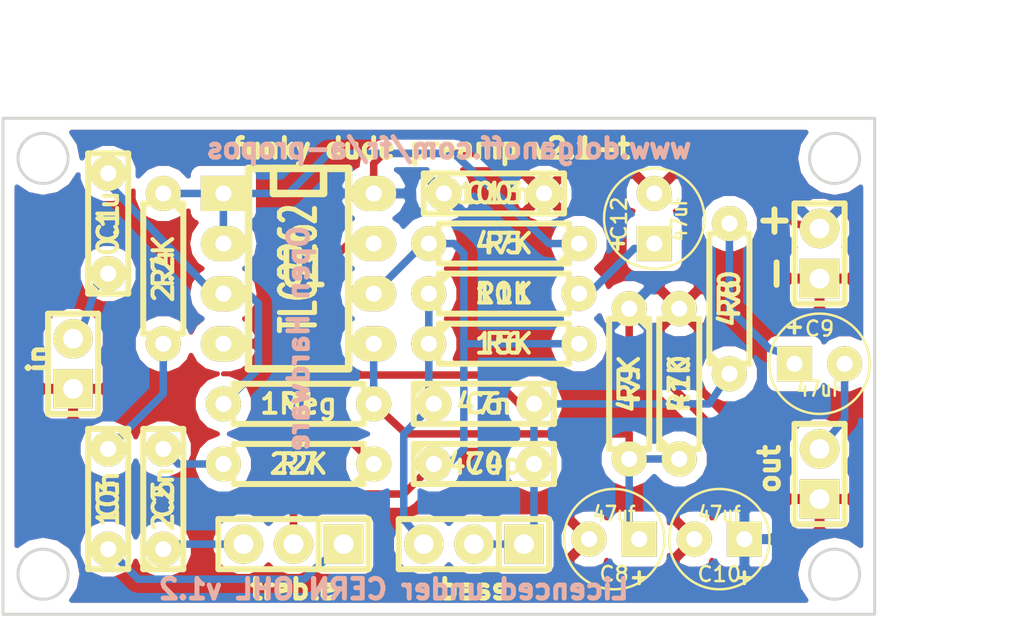
<source format=kicad_pcb>
(kicad_pcb (version 4) (host pcbnew "(2014-12-07 BZR 5316)-product")

  (general
    (links 42)
    (no_connects 0)
    (area 142.291999 105.461999 186.638001 130.758001)
    (thickness 1.6)
    (drawings 20)
    (tracks 101)
    (zones 0)
    (modules 25)
    (nets 17)
  )

  (page A4)
  (title_block
    (rev "2.0 - tth")
  )

  (layers
    (0 F.Cu signal)
    (31 B.Cu signal)
    (32 B.Adhes user)
    (33 F.Adhes user)
    (34 B.Paste user)
    (35 F.Paste user)
    (36 B.SilkS user)
    (37 F.SilkS user)
    (38 B.Mask user)
    (39 F.Mask user)
    (40 Dwgs.User user)
    (41 Cmts.User user)
    (42 Eco1.User user)
    (43 Eco2.User user)
    (44 Edge.Cuts user)
  )

  (setup
    (last_trace_width 0.381)
    (trace_clearance 0.381)
    (zone_clearance 0.508)
    (zone_45_only no)
    (trace_min 0.381)
    (segment_width 0.2)
    (edge_width 0.15)
    (via_size 0.762)
    (via_drill 0.508)
    (via_min_size 0.635)
    (via_min_drill 0.508)
    (uvia_size 0.508)
    (uvia_drill 0.127)
    (uvias_allowed no)
    (uvia_min_size 0.508)
    (uvia_min_drill 0.127)
    (pcb_text_width 0.3)
    (pcb_text_size 1.5 1.5)
    (mod_edge_width 0.15)
    (mod_text_size 1.5 1.5)
    (mod_text_width 0.15)
    (pad_size 2 2)
    (pad_drill 1)
    (pad_to_mask_clearance 0.2)
    (aux_axis_origin 0 0)
    (grid_origin 139.827 133.223)
    (visible_elements 7FFEFD7F)
    (pcbplotparams
      (layerselection 0x010f0_80000001)
      (usegerberextensions true)
      (excludeedgelayer true)
      (linewidth 0.150000)
      (plotframeref false)
      (viasonmask false)
      (mode 1)
      (useauxorigin false)
      (hpglpennumber 1)
      (hpglpenspeed 20)
      (hpglpendiameter 15)
      (hpglpenoverlay 2)
      (psnegative false)
      (psa4output false)
      (plotreference true)
      (plotvalue false)
      (plotinvisibletext false)
      (padsonsilk false)
      (subtractmaskfromsilk true)
      (outputformat 1)
      (mirror false)
      (drillshape 0)
      (scaleselection 1)
      (outputdirectory plots/))
  )

  (net 0 "")
  (net 1 +9V)
  (net 2 GND)
  (net 3 Vref)
  (net 4 "Net-(C1-Pad1)")
  (net 5 "Net-(C1-Pad2)")
  (net 6 "Net-(C3-Pad1)")
  (net 7 "Net-(C3-Pad2)")
  (net 8 "Net-(C4-Pad1)")
  (net 9 "Net-(C4-Pad2)")
  (net 10 "Net-(C5-Pad1)")
  (net 11 "Net-(C5-Pad2)")
  (net 12 "Net-(C6-Pad1)")
  (net 13 "Net-(C9-Pad1)")
  (net 14 "Net-(C9-Pad2)")
  (net 15 "Net-(C12-Pad1)")
  (net 16 "Net-(R4-Pad1)")

  (net_class Default "Ceci est la Netclass par défaut"
    (clearance 0.381)
    (trace_width 0.381)
    (via_dia 0.762)
    (via_drill 0.508)
    (uvia_dia 0.508)
    (uvia_drill 0.127)
    (add_net +9V)
    (add_net GND)
    (add_net "Net-(C1-Pad1)")
    (add_net "Net-(C1-Pad2)")
    (add_net "Net-(C12-Pad1)")
    (add_net "Net-(C3-Pad1)")
    (add_net "Net-(C3-Pad2)")
    (add_net "Net-(C4-Pad1)")
    (add_net "Net-(C4-Pad2)")
    (add_net "Net-(C5-Pad1)")
    (add_net "Net-(C5-Pad2)")
    (add_net "Net-(C6-Pad1)")
    (add_net "Net-(C9-Pad1)")
    (add_net "Net-(C9-Pad2)")
    (add_net "Net-(R4-Pad1)")
    (add_net Vref)
  )

  (module Custom:C2-LARGE_PADS (layer F.Cu) (tedit 544816E5) (tstamp 544786B5)
    (at 147.701 110.871 90)
    (descr "Condensateur = 2 pas")
    (tags C)
    (path /5194A946)
    (fp_text reference C1 (at 0 0 90) (layer F.SilkS)
      (effects (font (size 1 1) (thickness 0.2032)))
    )
    (fp_text value 0.1u (at 0 0 90) (layer F.SilkS)
      (effects (font (size 1 1) (thickness 0.2032)))
    )
    (fp_line (start -3.556 -1.016) (end 3.556 -1.016) (layer F.SilkS) (width 0.3048))
    (fp_line (start 3.556 -1.016) (end 3.556 1.016) (layer F.SilkS) (width 0.3048))
    (fp_line (start 3.556 1.016) (end -3.556 1.016) (layer F.SilkS) (width 0.3048))
    (fp_line (start -3.556 1.016) (end -3.556 -1.016) (layer F.SilkS) (width 0.3048))
    (fp_line (start -3.556 -0.508) (end -3.048 -1.016) (layer F.SilkS) (width 0.3048))
    (pad 1 thru_hole circle (at -2.54 0 90) (size 1.778 1.778) (drill 0.8128) (layers *.Cu *.Mask F.SilkS)
      (net 4 "Net-(C1-Pad1)"))
    (pad 2 thru_hole circle (at 2.54 0 90) (size 1.778 1.778) (drill 0.8128) (layers *.Cu *.Mask F.SilkS)
      (net 5 "Net-(C1-Pad2)"))
    (model discret/capa_2pas_5x5mm.wrl
      (at (xyz 0 0 0))
      (scale (xyz 1 1 1))
      (rotate (xyz 0 0 0))
    )
  )

  (module Custom:C2-LARGE_PADS (layer F.Cu) (tedit 544816E5) (tstamp 544786BF)
    (at 147.701 124.841 270)
    (descr "Condensateur = 2 pas")
    (tags C)
    (path /5194A4FE)
    (fp_text reference C3 (at 0 0 270) (layer F.SilkS)
      (effects (font (size 1 1) (thickness 0.2032)))
    )
    (fp_text value 10n (at 0 0 270) (layer F.SilkS)
      (effects (font (size 1 1) (thickness 0.2032)))
    )
    (fp_line (start -3.556 -1.016) (end 3.556 -1.016) (layer F.SilkS) (width 0.3048))
    (fp_line (start 3.556 -1.016) (end 3.556 1.016) (layer F.SilkS) (width 0.3048))
    (fp_line (start 3.556 1.016) (end -3.556 1.016) (layer F.SilkS) (width 0.3048))
    (fp_line (start -3.556 1.016) (end -3.556 -1.016) (layer F.SilkS) (width 0.3048))
    (fp_line (start -3.556 -0.508) (end -3.048 -1.016) (layer F.SilkS) (width 0.3048))
    (pad 1 thru_hole circle (at -2.54 0 270) (size 1.778 1.778) (drill 0.8128) (layers *.Cu *.Mask F.SilkS)
      (net 6 "Net-(C3-Pad1)"))
    (pad 2 thru_hole circle (at 2.54 0 270) (size 1.778 1.778) (drill 0.8128) (layers *.Cu *.Mask F.SilkS)
      (net 7 "Net-(C3-Pad2)"))
    (model discret/capa_2pas_5x5mm.wrl
      (at (xyz 0 0 0))
      (scale (xyz 1 1 1))
      (rotate (xyz 0 0 0))
    )
  )

  (module Custom:C2-LARGE_PADS (layer F.Cu) (tedit 544816E5) (tstamp 5460ADB0)
    (at 166.751 123.063)
    (descr "Condensateur = 2 pas")
    (tags C)
    (path /5194A574)
    (fp_text reference C4 (at 0 0) (layer F.SilkS)
      (effects (font (size 1 1) (thickness 0.2032)))
    )
    (fp_text value 470p (at 0 0) (layer F.SilkS)
      (effects (font (size 1 1) (thickness 0.2032)))
    )
    (fp_line (start -3.556 -1.016) (end 3.556 -1.016) (layer F.SilkS) (width 0.3048))
    (fp_line (start 3.556 -1.016) (end 3.556 1.016) (layer F.SilkS) (width 0.3048))
    (fp_line (start 3.556 1.016) (end -3.556 1.016) (layer F.SilkS) (width 0.3048))
    (fp_line (start -3.556 1.016) (end -3.556 -1.016) (layer F.SilkS) (width 0.3048))
    (fp_line (start -3.556 -0.508) (end -3.048 -1.016) (layer F.SilkS) (width 0.3048))
    (pad 1 thru_hole circle (at -2.54 0) (size 1.778 1.778) (drill 0.8128) (layers *.Cu *.Mask F.SilkS)
      (net 8 "Net-(C4-Pad1)"))
    (pad 2 thru_hole circle (at 2.54 0) (size 1.778 1.778) (drill 0.8128) (layers *.Cu *.Mask F.SilkS)
      (net 9 "Net-(C4-Pad2)"))
    (model discret/capa_2pas_5x5mm.wrl
      (at (xyz 0 0 0))
      (scale (xyz 1 1 1))
      (rotate (xyz 0 0 0))
    )
  )

  (module Custom:C2-LARGE_PADS (layer F.Cu) (tedit 544816E5) (tstamp 544786C9)
    (at 150.495 124.841 90)
    (descr "Condensateur = 2 pas")
    (tags C)
    (path /5194A52D)
    (fp_text reference C5 (at 0 0 90) (layer F.SilkS)
      (effects (font (size 1 1) (thickness 0.2032)))
    )
    (fp_text value 2.2n (at 0 0 90) (layer F.SilkS)
      (effects (font (size 1 1) (thickness 0.2032)))
    )
    (fp_line (start -3.556 -1.016) (end 3.556 -1.016) (layer F.SilkS) (width 0.3048))
    (fp_line (start 3.556 -1.016) (end 3.556 1.016) (layer F.SilkS) (width 0.3048))
    (fp_line (start 3.556 1.016) (end -3.556 1.016) (layer F.SilkS) (width 0.3048))
    (fp_line (start -3.556 1.016) (end -3.556 -1.016) (layer F.SilkS) (width 0.3048))
    (fp_line (start -3.556 -0.508) (end -3.048 -1.016) (layer F.SilkS) (width 0.3048))
    (pad 1 thru_hole circle (at -2.54 0 90) (size 1.778 1.778) (drill 0.8128) (layers *.Cu *.Mask F.SilkS)
      (net 10 "Net-(C5-Pad1)"))
    (pad 2 thru_hole circle (at 2.54 0 90) (size 1.778 1.778) (drill 0.8128) (layers *.Cu *.Mask F.SilkS)
      (net 11 "Net-(C5-Pad2)"))
    (model discret/capa_2pas_5x5mm.wrl
      (at (xyz 0 0 0))
      (scale (xyz 1 1 1))
      (rotate (xyz 0 0 0))
    )
  )

  (module Custom:C2-LARGE_PADS (layer F.Cu) (tedit 544816E5) (tstamp 54479BFD)
    (at 166.751 120.015)
    (descr "Condensateur = 2 pas")
    (tags C)
    (path /5194A58C)
    (fp_text reference C6 (at 0 0) (layer F.SilkS)
      (effects (font (size 1 1) (thickness 0.2032)))
    )
    (fp_text value 47n (at 0 0) (layer F.SilkS)
      (effects (font (size 1 1) (thickness 0.2032)))
    )
    (fp_line (start -3.556 -1.016) (end 3.556 -1.016) (layer F.SilkS) (width 0.3048))
    (fp_line (start 3.556 -1.016) (end 3.556 1.016) (layer F.SilkS) (width 0.3048))
    (fp_line (start 3.556 1.016) (end -3.556 1.016) (layer F.SilkS) (width 0.3048))
    (fp_line (start -3.556 1.016) (end -3.556 -1.016) (layer F.SilkS) (width 0.3048))
    (fp_line (start -3.556 -0.508) (end -3.048 -1.016) (layer F.SilkS) (width 0.3048))
    (pad 1 thru_hole circle (at -2.54 0) (size 1.778 1.778) (drill 0.8128) (layers *.Cu *.Mask F.SilkS)
      (net 12 "Net-(C6-Pad1)"))
    (pad 2 thru_hole circle (at 2.54 0) (size 1.778 1.778) (drill 0.8128) (layers *.Cu *.Mask F.SilkS)
      (net 9 "Net-(C4-Pad2)"))
    (model discret/capa_2pas_5x5mm.wrl
      (at (xyz 0 0 0))
      (scale (xyz 1 1 1))
      (rotate (xyz 0 0 0))
    )
  )

  (module Custom:C1V5-LARGE_PADS (layer F.Cu) (tedit 545FB66B) (tstamp 5460A5D2)
    (at 173.355 126.873 180)
    (descr "Condensateur e = 1 pas")
    (tags C)
    (path /5194B4BA)
    (fp_text reference C8 (at 0 -1.778 180) (layer F.SilkS)
      (effects (font (size 0.762 0.762) (thickness 0.127)))
    )
    (fp_text value 47uf (at 0 1.27 180) (layer F.SilkS)
      (effects (font (size 0.762 0.635) (thickness 0.127)))
    )
    (fp_text user + (at -1.27 -1.905 180) (layer F.SilkS)
      (effects (font (size 0.762 0.762) (thickness 0.1778)))
    )
    (fp_circle (center 0 0) (end 0.127 -2.54) (layer F.SilkS) (width 0.127))
    (pad 1 thru_hole rect (at -1.27 0 180) (size 1.778 1.778) (drill 0.8128) (layers *.Cu *.Mask F.SilkS)
      (net 3 Vref))
    (pad 2 thru_hole circle (at 1.27 0 180) (size 1.778 1.778) (drill 0.8128) (layers *.Cu *.Mask F.SilkS)
      (net 2 GND))
    (model discret/c_vert_c1v5.wrl
      (at (xyz 0 0 0))
      (scale (xyz 1 1 1))
      (rotate (xyz 0 0 0))
    )
  )

  (module Custom:C1V5-LARGE_PADS (layer F.Cu) (tedit 545FB66B) (tstamp 544786DD)
    (at 183.769 117.983)
    (descr "Condensateur e = 1 pas")
    (tags C)
    (path /5194ADAA)
    (fp_text reference C9 (at 0 -1.778) (layer F.SilkS)
      (effects (font (size 0.762 0.762) (thickness 0.127)))
    )
    (fp_text value 47uF (at 0 1.27) (layer F.SilkS)
      (effects (font (size 0.762 0.635) (thickness 0.127)))
    )
    (fp_text user + (at -1.27 -1.905) (layer F.SilkS)
      (effects (font (size 0.762 0.762) (thickness 0.1778)))
    )
    (fp_circle (center 0 0) (end 0.127 -2.54) (layer F.SilkS) (width 0.127))
    (pad 1 thru_hole rect (at -1.27 0) (size 1.778 1.778) (drill 0.8128) (layers *.Cu *.Mask F.SilkS)
      (net 13 "Net-(C9-Pad1)"))
    (pad 2 thru_hole circle (at 1.27 0) (size 1.778 1.778) (drill 0.8128) (layers *.Cu *.Mask F.SilkS)
      (net 14 "Net-(C9-Pad2)"))
    (model discret/c_vert_c1v5.wrl
      (at (xyz 0 0 0))
      (scale (xyz 1 1 1))
      (rotate (xyz 0 0 0))
    )
  )

  (module Custom:C1V5-LARGE_PADS (layer F.Cu) (tedit 545FB66B) (tstamp 5460A5DB)
    (at 178.689 126.873 180)
    (descr "Condensateur e = 1 pas")
    (tags C)
    (path /5194B4C5)
    (fp_text reference C10 (at 0 -1.778 180) (layer F.SilkS)
      (effects (font (size 0.762 0.762) (thickness 0.127)))
    )
    (fp_text value 47uf (at 0 1.27 180) (layer F.SilkS)
      (effects (font (size 0.762 0.635) (thickness 0.127)))
    )
    (fp_text user + (at -1.27 -1.905 180) (layer F.SilkS)
      (effects (font (size 0.762 0.762) (thickness 0.1778)))
    )
    (fp_circle (center 0 0) (end 0.127 -2.54) (layer F.SilkS) (width 0.127))
    (pad 1 thru_hole rect (at -1.27 0 180) (size 1.778 1.778) (drill 0.8128) (layers *.Cu *.Mask F.SilkS)
      (net 1 +9V))
    (pad 2 thru_hole circle (at 1.27 0 180) (size 1.778 1.778) (drill 0.8128) (layers *.Cu *.Mask F.SilkS)
      (net 2 GND))
    (model discret/c_vert_c1v5.wrl
      (at (xyz 0 0 0))
      (scale (xyz 1 1 1))
      (rotate (xyz 0 0 0))
    )
  )

  (module Custom:C1V5-LARGE_PADS (layer F.Cu) (tedit 545FB66B) (tstamp 544786E7)
    (at 175.387 110.617 90)
    (descr "Condensateur e = 1 pas")
    (tags C)
    (path /5194AE1B)
    (fp_text reference C12 (at 0 -1.778 90) (layer F.SilkS)
      (effects (font (size 0.762 0.762) (thickness 0.127)))
    )
    (fp_text value 47uF (at 0 1.27 90) (layer F.SilkS)
      (effects (font (size 0.762 0.635) (thickness 0.127)))
    )
    (fp_text user + (at -1.27 -1.905 90) (layer F.SilkS)
      (effects (font (size 0.762 0.762) (thickness 0.1778)))
    )
    (fp_circle (center 0 0) (end 0.127 -2.54) (layer F.SilkS) (width 0.127))
    (pad 1 thru_hole rect (at -1.27 0 90) (size 1.778 1.778) (drill 0.8128) (layers *.Cu *.Mask F.SilkS)
      (net 15 "Net-(C12-Pad1)"))
    (pad 2 thru_hole circle (at 1.27 0 90) (size 1.778 1.778) (drill 0.8128) (layers *.Cu *.Mask F.SilkS)
      (net 2 GND))
    (model discret/c_vert_c1v5.wrl
      (at (xyz 0 0 0))
      (scale (xyz 1 1 1))
      (rotate (xyz 0 0 0))
    )
  )

  (module Custom:C2-LARGE_PADS (layer F.Cu) (tedit 544816E5) (tstamp 544786EC)
    (at 167.259 109.347)
    (descr "Condensateur = 2 pas")
    (tags C)
    (path /535640CD)
    (fp_text reference C13 (at 0 0) (layer F.SilkS)
      (effects (font (size 1 1) (thickness 0.2032)))
    )
    (fp_text value 100n (at 0 0) (layer F.SilkS)
      (effects (font (size 1 1) (thickness 0.2032)))
    )
    (fp_line (start -3.556 -1.016) (end 3.556 -1.016) (layer F.SilkS) (width 0.3048))
    (fp_line (start 3.556 -1.016) (end 3.556 1.016) (layer F.SilkS) (width 0.3048))
    (fp_line (start 3.556 1.016) (end -3.556 1.016) (layer F.SilkS) (width 0.3048))
    (fp_line (start -3.556 1.016) (end -3.556 -1.016) (layer F.SilkS) (width 0.3048))
    (fp_line (start -3.556 -0.508) (end -3.048 -1.016) (layer F.SilkS) (width 0.3048))
    (pad 1 thru_hole circle (at -2.54 0) (size 1.778 1.778) (drill 0.8128) (layers *.Cu *.Mask F.SilkS)
      (net 1 +9V))
    (pad 2 thru_hole circle (at 2.54 0) (size 1.778 1.778) (drill 0.8128) (layers *.Cu *.Mask F.SilkS)
      (net 2 GND))
    (model discret/capa_2pas_5x5mm.wrl
      (at (xyz 0 0 0))
      (scale (xyz 1 1 1))
      (rotate (xyz 0 0 0))
    )
  )

  (module Custom:R3-LARGE_PADS (layer F.Cu) (tedit 544816C3) (tstamp 54478700)
    (at 157.353 120.015)
    (descr "Resitance 3 pas")
    (tags R)
    (path /51B1A73D)
    (autoplace_cost180 10)
    (fp_text reference R1 (at 0 0) (layer F.SilkS)
      (effects (font (size 1 1) (thickness 0.2032)))
    )
    (fp_text value 1Meg (at 0 0) (layer F.SilkS)
      (effects (font (size 1 1) (thickness 0.2032)))
    )
    (fp_line (start -3.81 0) (end -3.302 0) (layer F.SilkS) (width 0.3048))
    (fp_line (start 3.81 0) (end 3.302 0) (layer F.SilkS) (width 0.3048))
    (fp_line (start 3.302 0) (end 3.302 -1.016) (layer F.SilkS) (width 0.3048))
    (fp_line (start 3.302 -1.016) (end -3.302 -1.016) (layer F.SilkS) (width 0.3048))
    (fp_line (start -3.302 -1.016) (end -3.302 1.016) (layer F.SilkS) (width 0.3048))
    (fp_line (start -3.302 1.016) (end 3.302 1.016) (layer F.SilkS) (width 0.3048))
    (fp_line (start 3.302 1.016) (end 3.302 0) (layer F.SilkS) (width 0.3048))
    (fp_line (start -3.302 -0.508) (end -2.794 -1.016) (layer F.SilkS) (width 0.3048))
    (pad 1 thru_hole circle (at -3.81 0) (size 1.778 1.778) (drill 0.8128) (layers *.Cu *.Mask F.SilkS)
      (net 5 "Net-(C1-Pad2)"))
    (pad 2 thru_hole circle (at 3.81 0) (size 1.778 1.778) (drill 0.8128) (layers *.Cu *.Mask F.SilkS)
      (net 3 Vref))
    (model discret/resistor.wrl
      (at (xyz 0 0 0))
      (scale (xyz 0.3 0.3 0.3))
      (rotate (xyz 0 0 0))
    )
  )

  (module Custom:R3-LARGE_PADS (layer F.Cu) (tedit 544816C3) (tstamp 54478714)
    (at 167.767 111.887 180)
    (descr "Resitance 3 pas")
    (tags R)
    (path /5194A4D6)
    (autoplace_cost180 10)
    (fp_text reference R5 (at 0 0 180) (layer F.SilkS)
      (effects (font (size 1 1) (thickness 0.2032)))
    )
    (fp_text value 47K (at 0 0 180) (layer F.SilkS)
      (effects (font (size 1 1) (thickness 0.2032)))
    )
    (fp_line (start -3.81 0) (end -3.302 0) (layer F.SilkS) (width 0.3048))
    (fp_line (start 3.81 0) (end 3.302 0) (layer F.SilkS) (width 0.3048))
    (fp_line (start 3.302 0) (end 3.302 -1.016) (layer F.SilkS) (width 0.3048))
    (fp_line (start 3.302 -1.016) (end -3.302 -1.016) (layer F.SilkS) (width 0.3048))
    (fp_line (start -3.302 -1.016) (end -3.302 1.016) (layer F.SilkS) (width 0.3048))
    (fp_line (start -3.302 1.016) (end 3.302 1.016) (layer F.SilkS) (width 0.3048))
    (fp_line (start 3.302 1.016) (end 3.302 0) (layer F.SilkS) (width 0.3048))
    (fp_line (start -3.302 -0.508) (end -2.794 -1.016) (layer F.SilkS) (width 0.3048))
    (pad 1 thru_hole circle (at -3.81 0 180) (size 1.778 1.778) (drill 0.8128) (layers *.Cu *.Mask F.SilkS)
      (net 16 "Net-(R4-Pad1)"))
    (pad 2 thru_hole circle (at 3.81 0 180) (size 1.778 1.778) (drill 0.8128) (layers *.Cu *.Mask F.SilkS)
      (net 8 "Net-(C4-Pad1)"))
    (model discret/resistor.wrl
      (at (xyz 0 0 0))
      (scale (xyz 0.3 0.3 0.3))
      (rotate (xyz 0 0 0))
    )
  )

  (module Custom:R3-LARGE_PADS (layer F.Cu) (tedit 544816C3) (tstamp 54478719)
    (at 167.767 116.967)
    (descr "Resitance 3 pas")
    (tags R)
    (path /5194A4EE)
    (autoplace_cost180 10)
    (fp_text reference R6 (at 0 0) (layer F.SilkS)
      (effects (font (size 1 1) (thickness 0.2032)))
    )
    (fp_text value 15K (at 0 0) (layer F.SilkS)
      (effects (font (size 1 1) (thickness 0.2032)))
    )
    (fp_line (start -3.81 0) (end -3.302 0) (layer F.SilkS) (width 0.3048))
    (fp_line (start 3.81 0) (end 3.302 0) (layer F.SilkS) (width 0.3048))
    (fp_line (start 3.302 0) (end 3.302 -1.016) (layer F.SilkS) (width 0.3048))
    (fp_line (start 3.302 -1.016) (end -3.302 -1.016) (layer F.SilkS) (width 0.3048))
    (fp_line (start -3.302 -1.016) (end -3.302 1.016) (layer F.SilkS) (width 0.3048))
    (fp_line (start -3.302 1.016) (end 3.302 1.016) (layer F.SilkS) (width 0.3048))
    (fp_line (start 3.302 1.016) (end 3.302 0) (layer F.SilkS) (width 0.3048))
    (fp_line (start -3.302 -0.508) (end -2.794 -1.016) (layer F.SilkS) (width 0.3048))
    (pad 1 thru_hole circle (at -3.81 0) (size 1.778 1.778) (drill 0.8128) (layers *.Cu *.Mask F.SilkS)
      (net 12 "Net-(C6-Pad1)"))
    (pad 2 thru_hole circle (at 3.81 0) (size 1.778 1.778) (drill 0.8128) (layers *.Cu *.Mask F.SilkS)
      (net 8 "Net-(C4-Pad1)"))
    (model discret/resistor.wrl
      (at (xyz 0 0 0))
      (scale (xyz 0.3 0.3 0.3))
      (rotate (xyz 0 0 0))
    )
  )

  (module Custom:R3-LARGE_PADS (layer F.Cu) (tedit 544816C3) (tstamp 5447871E)
    (at 157.353 123.063 180)
    (descr "Resitance 3 pas")
    (tags R)
    (path /53563E86)
    (autoplace_cost180 10)
    (fp_text reference R7 (at 0 0 180) (layer F.SilkS)
      (effects (font (size 1 1) (thickness 0.2032)))
    )
    (fp_text value 22K (at 0 0 180) (layer F.SilkS)
      (effects (font (size 1 1) (thickness 0.2032)))
    )
    (fp_line (start -3.81 0) (end -3.302 0) (layer F.SilkS) (width 0.3048))
    (fp_line (start 3.81 0) (end 3.302 0) (layer F.SilkS) (width 0.3048))
    (fp_line (start 3.302 0) (end 3.302 -1.016) (layer F.SilkS) (width 0.3048))
    (fp_line (start 3.302 -1.016) (end -3.302 -1.016) (layer F.SilkS) (width 0.3048))
    (fp_line (start -3.302 -1.016) (end -3.302 1.016) (layer F.SilkS) (width 0.3048))
    (fp_line (start -3.302 1.016) (end 3.302 1.016) (layer F.SilkS) (width 0.3048))
    (fp_line (start 3.302 1.016) (end 3.302 0) (layer F.SilkS) (width 0.3048))
    (fp_line (start -3.302 -0.508) (end -2.794 -1.016) (layer F.SilkS) (width 0.3048))
    (pad 1 thru_hole circle (at -3.81 0 180) (size 1.778 1.778) (drill 0.8128) (layers *.Cu *.Mask F.SilkS)
      (net 9 "Net-(C4-Pad2)"))
    (pad 2 thru_hole circle (at 3.81 0 180) (size 1.778 1.778) (drill 0.8128) (layers *.Cu *.Mask F.SilkS)
      (net 11 "Net-(C5-Pad2)"))
    (model discret/resistor.wrl
      (at (xyz 0 0 0))
      (scale (xyz 0.3 0.3 0.3))
      (rotate (xyz 0 0 0))
    )
  )

  (module Custom:R3-LARGE_PADS (layer F.Cu) (tedit 544816C3) (tstamp 54478723)
    (at 179.197 114.681 90)
    (descr "Resitance 3 pas")
    (tags R)
    (path /54480D1F)
    (autoplace_cost180 10)
    (fp_text reference R8 (at 0 0 90) (layer F.SilkS)
      (effects (font (size 1 1) (thickness 0.2032)))
    )
    (fp_text value 470 (at 0 0 90) (layer F.SilkS)
      (effects (font (size 1 1) (thickness 0.2032)))
    )
    (fp_line (start -3.81 0) (end -3.302 0) (layer F.SilkS) (width 0.3048))
    (fp_line (start 3.81 0) (end 3.302 0) (layer F.SilkS) (width 0.3048))
    (fp_line (start 3.302 0) (end 3.302 -1.016) (layer F.SilkS) (width 0.3048))
    (fp_line (start 3.302 -1.016) (end -3.302 -1.016) (layer F.SilkS) (width 0.3048))
    (fp_line (start -3.302 -1.016) (end -3.302 1.016) (layer F.SilkS) (width 0.3048))
    (fp_line (start -3.302 1.016) (end 3.302 1.016) (layer F.SilkS) (width 0.3048))
    (fp_line (start 3.302 1.016) (end 3.302 0) (layer F.SilkS) (width 0.3048))
    (fp_line (start -3.302 -0.508) (end -2.794 -1.016) (layer F.SilkS) (width 0.3048))
    (pad 1 thru_hole circle (at -3.81 0 90) (size 1.778 1.778) (drill 0.8128) (layers *.Cu *.Mask F.SilkS)
      (net 9 "Net-(C4-Pad2)"))
    (pad 2 thru_hole circle (at 3.81 0 90) (size 1.778 1.778) (drill 0.8128) (layers *.Cu *.Mask F.SilkS)
      (net 13 "Net-(C9-Pad1)"))
    (model discret/resistor.wrl
      (at (xyz 0 0 0))
      (scale (xyz 0.3 0.3 0.3))
      (rotate (xyz 0 0 0))
    )
  )

  (module Custom:R3-LARGE_PADS (layer F.Cu) (tedit 544816C3) (tstamp 54478728)
    (at 174.117 118.999 270)
    (descr "Resitance 3 pas")
    (tags R)
    (path /5194B4AA)
    (autoplace_cost180 10)
    (fp_text reference R9 (at 0 0 270) (layer F.SilkS)
      (effects (font (size 1 1) (thickness 0.2032)))
    )
    (fp_text value 47K (at 0 0 270) (layer F.SilkS)
      (effects (font (size 1 1) (thickness 0.2032)))
    )
    (fp_line (start -3.81 0) (end -3.302 0) (layer F.SilkS) (width 0.3048))
    (fp_line (start 3.81 0) (end 3.302 0) (layer F.SilkS) (width 0.3048))
    (fp_line (start 3.302 0) (end 3.302 -1.016) (layer F.SilkS) (width 0.3048))
    (fp_line (start 3.302 -1.016) (end -3.302 -1.016) (layer F.SilkS) (width 0.3048))
    (fp_line (start -3.302 -1.016) (end -3.302 1.016) (layer F.SilkS) (width 0.3048))
    (fp_line (start -3.302 1.016) (end 3.302 1.016) (layer F.SilkS) (width 0.3048))
    (fp_line (start 3.302 1.016) (end 3.302 0) (layer F.SilkS) (width 0.3048))
    (fp_line (start -3.302 -0.508) (end -2.794 -1.016) (layer F.SilkS) (width 0.3048))
    (pad 1 thru_hole circle (at -3.81 0 270) (size 1.778 1.778) (drill 0.8128) (layers *.Cu *.Mask F.SilkS)
      (net 1 +9V))
    (pad 2 thru_hole circle (at 3.81 0 270) (size 1.778 1.778) (drill 0.8128) (layers *.Cu *.Mask F.SilkS)
      (net 3 Vref))
    (model discret/resistor.wrl
      (at (xyz 0 0 0))
      (scale (xyz 0.3 0.3 0.3))
      (rotate (xyz 0 0 0))
    )
  )

  (module Custom:R3-LARGE_PADS (layer F.Cu) (tedit 544816C3) (tstamp 5447872D)
    (at 176.657 118.999 90)
    (descr "Resitance 3 pas")
    (tags R)
    (path /5194B4B0)
    (autoplace_cost180 10)
    (fp_text reference R10 (at 0 0 90) (layer F.SilkS)
      (effects (font (size 1 1) (thickness 0.2032)))
    )
    (fp_text value 47K (at 0 0 90) (layer F.SilkS)
      (effects (font (size 1 1) (thickness 0.2032)))
    )
    (fp_line (start -3.81 0) (end -3.302 0) (layer F.SilkS) (width 0.3048))
    (fp_line (start 3.81 0) (end 3.302 0) (layer F.SilkS) (width 0.3048))
    (fp_line (start 3.302 0) (end 3.302 -1.016) (layer F.SilkS) (width 0.3048))
    (fp_line (start 3.302 -1.016) (end -3.302 -1.016) (layer F.SilkS) (width 0.3048))
    (fp_line (start -3.302 -1.016) (end -3.302 1.016) (layer F.SilkS) (width 0.3048))
    (fp_line (start -3.302 1.016) (end 3.302 1.016) (layer F.SilkS) (width 0.3048))
    (fp_line (start 3.302 1.016) (end 3.302 0) (layer F.SilkS) (width 0.3048))
    (fp_line (start -3.302 -0.508) (end -2.794 -1.016) (layer F.SilkS) (width 0.3048))
    (pad 1 thru_hole circle (at -3.81 0 90) (size 1.778 1.778) (drill 0.8128) (layers *.Cu *.Mask F.SilkS)
      (net 3 Vref))
    (pad 2 thru_hole circle (at 3.81 0 90) (size 1.778 1.778) (drill 0.8128) (layers *.Cu *.Mask F.SilkS)
      (net 2 GND))
    (model discret/resistor.wrl
      (at (xyz 0 0 0))
      (scale (xyz 0.3 0.3 0.3))
      (rotate (xyz 0 0 0))
    )
  )

  (module Custom:R3-LARGE_PADS (layer F.Cu) (tedit 544816C3) (tstamp 54478732)
    (at 167.767 114.427)
    (descr "Resitance 3 pas")
    (tags R)
    (path /5194AE28)
    (autoplace_cost180 10)
    (fp_text reference R11 (at 0 0) (layer F.SilkS)
      (effects (font (size 1 1) (thickness 0.2032)))
    )
    (fp_text value 10K (at 0 0) (layer F.SilkS)
      (effects (font (size 1 1) (thickness 0.2032)))
    )
    (fp_line (start -3.81 0) (end -3.302 0) (layer F.SilkS) (width 0.3048))
    (fp_line (start 3.81 0) (end 3.302 0) (layer F.SilkS) (width 0.3048))
    (fp_line (start 3.302 0) (end 3.302 -1.016) (layer F.SilkS) (width 0.3048))
    (fp_line (start 3.302 -1.016) (end -3.302 -1.016) (layer F.SilkS) (width 0.3048))
    (fp_line (start -3.302 -1.016) (end -3.302 1.016) (layer F.SilkS) (width 0.3048))
    (fp_line (start -3.302 1.016) (end 3.302 1.016) (layer F.SilkS) (width 0.3048))
    (fp_line (start 3.302 1.016) (end 3.302 0) (layer F.SilkS) (width 0.3048))
    (fp_line (start -3.302 -0.508) (end -2.794 -1.016) (layer F.SilkS) (width 0.3048))
    (pad 1 thru_hole circle (at -3.81 0) (size 1.778 1.778) (drill 0.8128) (layers *.Cu *.Mask F.SilkS)
      (net 12 "Net-(C6-Pad1)"))
    (pad 2 thru_hole circle (at 3.81 0) (size 1.778 1.778) (drill 0.8128) (layers *.Cu *.Mask F.SilkS)
      (net 15 "Net-(C12-Pad1)"))
    (model discret/resistor.wrl
      (at (xyz 0 0 0))
      (scale (xyz 0.3 0.3 0.3))
      (rotate (xyz 0 0 0))
    )
  )

  (module Custom:R3-LARGE_PADS (layer F.Cu) (tedit 544816C3) (tstamp 544787BC)
    (at 150.495 113.157 270)
    (descr "Resitance 3 pas")
    (tags R)
    (path /53563E77)
    (autoplace_cost180 10)
    (fp_text reference R4 (at 0 0 270) (layer F.SilkS)
      (effects (font (size 1 1) (thickness 0.2032)))
    )
    (fp_text value 2.2K (at 0 0 270) (layer F.SilkS)
      (effects (font (size 1 1) (thickness 0.2032)))
    )
    (fp_line (start -3.81 0) (end -3.302 0) (layer F.SilkS) (width 0.3048))
    (fp_line (start 3.81 0) (end 3.302 0) (layer F.SilkS) (width 0.3048))
    (fp_line (start 3.302 0) (end 3.302 -1.016) (layer F.SilkS) (width 0.3048))
    (fp_line (start 3.302 -1.016) (end -3.302 -1.016) (layer F.SilkS) (width 0.3048))
    (fp_line (start -3.302 -1.016) (end -3.302 1.016) (layer F.SilkS) (width 0.3048))
    (fp_line (start -3.302 1.016) (end 3.302 1.016) (layer F.SilkS) (width 0.3048))
    (fp_line (start 3.302 1.016) (end 3.302 0) (layer F.SilkS) (width 0.3048))
    (fp_line (start -3.302 -0.508) (end -2.794 -1.016) (layer F.SilkS) (width 0.3048))
    (pad 1 thru_hole circle (at -3.81 0 270) (size 1.778 1.778) (drill 0.8128) (layers *.Cu *.Mask F.SilkS)
      (net 16 "Net-(R4-Pad1)"))
    (pad 2 thru_hole circle (at 3.81 0 270) (size 1.778 1.778) (drill 0.8128) (layers *.Cu *.Mask F.SilkS)
      (net 6 "Net-(C3-Pad1)"))
    (model discret/resistor.wrl
      (at (xyz 0 0 0))
      (scale (xyz 0.3 0.3 0.3))
      (rotate (xyz 0 0 0))
    )
  )

  (module Custom:SIL-3-LARGE_PADS (layer F.Cu) (tedit 5460B080) (tstamp 544813BC)
    (at 166.243 127.127 180)
    (descr "Connecteur 3 pins")
    (tags "CONN DEV")
    (path /5194AD59)
    (fp_text reference RBASS1 (at 0 -2.54 180) (layer F.SilkS) hide
      (effects (font (size 1.016 1.016) (thickness 0.254)))
    )
    (fp_text value "100K LOG" (at 0 -2.54 180) (layer F.SilkS) hide
      (effects (font (size 1.016 1.016) (thickness 0.254)))
    )
    (fp_line (start -3.81 1.27) (end -3.81 -1.27) (layer F.SilkS) (width 0.3048))
    (fp_line (start -3.81 -1.27) (end 3.81 -1.27) (layer F.SilkS) (width 0.3048))
    (fp_line (start 3.81 -1.27) (end 3.81 1.27) (layer F.SilkS) (width 0.3048))
    (fp_line (start 3.81 1.27) (end -3.81 1.27) (layer F.SilkS) (width 0.3048))
    (fp_line (start -1.27 -1.27) (end -1.27 1.27) (layer F.SilkS) (width 0.3048))
    (pad 1 thru_hole rect (at -2.54 0 180) (size 2 2) (drill 1) (layers *.Cu *.Mask F.SilkS)
      (net 9 "Net-(C4-Pad2)"))
    (pad 2 thru_hole circle (at 0 0 180) (size 2 2) (drill 1) (layers *.Cu *.Mask F.SilkS)
      (net 9 "Net-(C4-Pad2)"))
    (pad 3 thru_hole circle (at 2.54 0 180) (size 2 2) (drill 1) (layers *.Cu *.Mask F.SilkS)
      (net 12 "Net-(C6-Pad1)"))
  )

  (module Custom:SIL-3-LARGE_PADS (layer F.Cu) (tedit 5460B07C) (tstamp 544813C3)
    (at 157.099 127.127 180)
    (descr "Connecteur 3 pins")
    (tags "CONN DEV")
    (path /5194A643)
    (fp_text reference RTREBLE1 (at 0 -2.54 180) (layer F.SilkS) hide
      (effects (font (size 1.016 1.016) (thickness 0.254)))
    )
    (fp_text value "100K REVLOG" (at 0 -2.54 180) (layer F.SilkS) hide
      (effects (font (size 1.016 1.016) (thickness 0.254)))
    )
    (fp_line (start -3.81 1.27) (end -3.81 -1.27) (layer F.SilkS) (width 0.3048))
    (fp_line (start -3.81 -1.27) (end 3.81 -1.27) (layer F.SilkS) (width 0.3048))
    (fp_line (start 3.81 -1.27) (end 3.81 1.27) (layer F.SilkS) (width 0.3048))
    (fp_line (start 3.81 1.27) (end -3.81 1.27) (layer F.SilkS) (width 0.3048))
    (fp_line (start -1.27 -1.27) (end -1.27 1.27) (layer F.SilkS) (width 0.3048))
    (pad 1 thru_hole rect (at -2.54 0 180) (size 2 2) (drill 1) (layers *.Cu *.Mask F.SilkS)
      (net 7 "Net-(C3-Pad2)"))
    (pad 2 thru_hole circle (at 0 0 180) (size 2 2) (drill 1) (layers *.Cu *.Mask F.SilkS)
      (net 8 "Net-(C4-Pad1)"))
    (pad 3 thru_hole circle (at 2.54 0 180) (size 2 2) (drill 1) (layers *.Cu *.Mask F.SilkS)
      (net 10 "Net-(C5-Pad1)"))
  )

  (module Custom:SIL-2-LARGE_PADS (layer F.Cu) (tedit 5460B168) (tstamp 5448146A)
    (at 145.923 117.983 90)
    (descr "Connecteurs 2 pins")
    (tags "CONN DEV")
    (path /5194CFD4)
    (fp_text reference P1 (at 0.254 3.048 90) (layer F.SilkS) hide
      (effects (font (size 1.016 1.016) (thickness 0.254)))
    )
    (fp_text value CONN_2 (at 0 -2.54 90) (layer F.SilkS) hide
      (effects (font (size 1.016 1.016) (thickness 0.254)))
    )
    (fp_line (start -2.54 1.27) (end -2.54 -1.27) (layer F.SilkS) (width 0.3048))
    (fp_line (start -2.54 -1.27) (end 2.54 -1.27) (layer F.SilkS) (width 0.3048))
    (fp_line (start 2.54 -1.27) (end 2.54 1.27) (layer F.SilkS) (width 0.3048))
    (fp_line (start 2.54 1.27) (end -2.54 1.27) (layer F.SilkS) (width 0.3048))
    (pad 1 thru_hole rect (at -1.27 0 90) (size 2 2) (drill 1) (layers *.Cu *.Mask F.SilkS)
      (net 2 GND))
    (pad 2 thru_hole circle (at 1.27 0 90) (size 2 2) (drill 1) (layers *.Cu *.Mask F.SilkS)
      (net 4 "Net-(C1-Pad1)"))
  )

  (module Custom:SIL-2-LARGE_PADS (layer F.Cu) (tedit 5460B651) (tstamp 54481470)
    (at 183.769 123.571 90)
    (descr "Connecteurs 2 pins")
    (tags "CONN DEV")
    (path /5194D020)
    (fp_text reference P2 (at -1.016 -2.54 90) (layer F.SilkS) hide
      (effects (font (size 1.016 1.016) (thickness 0.254)))
    )
    (fp_text value CONN_2 (at 0 -2.54 90) (layer F.SilkS) hide
      (effects (font (size 1.016 1.016) (thickness 0.254)))
    )
    (fp_line (start -2.54 1.27) (end -2.54 -1.27) (layer F.SilkS) (width 0.3048))
    (fp_line (start -2.54 -1.27) (end 2.54 -1.27) (layer F.SilkS) (width 0.3048))
    (fp_line (start 2.54 -1.27) (end 2.54 1.27) (layer F.SilkS) (width 0.3048))
    (fp_line (start 2.54 1.27) (end -2.54 1.27) (layer F.SilkS) (width 0.3048))
    (pad 1 thru_hole rect (at -1.27 0 90) (size 2 2) (drill 1) (layers *.Cu *.Mask F.SilkS)
      (net 2 GND))
    (pad 2 thru_hole circle (at 1.27 0 90) (size 2 2) (drill 1) (layers *.Cu *.Mask F.SilkS)
      (net 14 "Net-(C9-Pad2)"))
  )

  (module Custom:SIL-2-LARGE_PADS (layer F.Cu) (tedit 5460B656) (tstamp 54481476)
    (at 183.769 112.395 90)
    (descr "Connecteurs 2 pins")
    (tags "CONN DEV")
    (path /51B1AC68)
    (fp_text reference P3 (at 2.794 -2.286 90) (layer F.SilkS) hide
      (effects (font (size 1.016 1.016) (thickness 0.254)))
    )
    (fp_text value CONN_2 (at 0 -2.54 90) (layer F.SilkS) hide
      (effects (font (size 1.016 1.016) (thickness 0.254)))
    )
    (fp_line (start -2.54 1.27) (end -2.54 -1.27) (layer F.SilkS) (width 0.3048))
    (fp_line (start -2.54 -1.27) (end 2.54 -1.27) (layer F.SilkS) (width 0.3048))
    (fp_line (start 2.54 -1.27) (end 2.54 1.27) (layer F.SilkS) (width 0.3048))
    (fp_line (start 2.54 1.27) (end -2.54 1.27) (layer F.SilkS) (width 0.3048))
    (pad 1 thru_hole rect (at -1.27 0 90) (size 2 2) (drill 1) (layers *.Cu *.Mask F.SilkS)
      (net 2 GND))
    (pad 2 thru_hole circle (at 1.27 0 90) (size 2 2) (drill 1) (layers *.Cu *.Mask F.SilkS)
      (net 1 +9V))
  )

  (module Custom:DIP-8_LARGE_PADS (layer F.Cu) (tedit 5460A8DC) (tstamp 54F75B87)
    (at 157.353 113.157 270)
    (descr "8 pins DIL package, elliptical pads")
    (tags DIL)
    (path /51B0ED3A)
    (attr smd)
    (fp_text reference U1 (at 0 -0.254 360) (layer F.SilkS)
      (effects (font (size 1.778 1.143) (thickness 0.3048)))
    )
    (fp_text value TLC2262 (at 0 0 270) (layer F.SilkS)
      (effects (font (size 1.778 1.016) (thickness 0.3048)))
    )
    (fp_line (start -5.08 -1.27) (end -3.81 -1.27) (layer F.SilkS) (width 0.381))
    (fp_line (start -3.81 -1.27) (end -3.81 1.27) (layer F.SilkS) (width 0.381))
    (fp_line (start -3.81 1.27) (end -5.08 1.27) (layer F.SilkS) (width 0.381))
    (fp_line (start -5.08 -2.54) (end 5.08 -2.54) (layer F.SilkS) (width 0.381))
    (fp_line (start 5.08 -2.54) (end 5.08 2.54) (layer F.SilkS) (width 0.381))
    (fp_line (start 5.08 2.54) (end -5.08 2.54) (layer F.SilkS) (width 0.381))
    (fp_line (start -5.08 2.54) (end -5.08 -2.54) (layer F.SilkS) (width 0.381))
    (pad 1 thru_hole rect (at -3.81 3.81 270) (size 1.778 2.286) (drill 0.8128) (layers *.Cu *.Mask F.SilkS)
      (net 16 "Net-(R4-Pad1)"))
    (pad 2 thru_hole oval (at -1.27 3.81 270) (size 1.778 2.286) (drill 0.8128) (layers *.Cu *.Mask F.SilkS)
      (net 16 "Net-(R4-Pad1)"))
    (pad 3 thru_hole oval (at 1.27 3.81 270) (size 1.778 2.286) (drill 0.8128) (layers *.Cu *.Mask F.SilkS)
      (net 5 "Net-(C1-Pad2)"))
    (pad 4 thru_hole oval (at 3.81 3.81 270) (size 1.778 2.286) (drill 0.8128) (layers *.Cu *.Mask F.SilkS)
      (net 2 GND))
    (pad 5 thru_hole oval (at 3.81 -3.81 270) (size 1.778 2.286) (drill 0.8128) (layers *.Cu *.Mask F.SilkS)
      (net 3 Vref))
    (pad 6 thru_hole oval (at 1.27 -3.81 270) (size 1.778 2.286) (drill 0.8128) (layers *.Cu *.Mask F.SilkS)
      (net 8 "Net-(C4-Pad1)"))
    (pad 7 thru_hole oval (at -1.27 -3.81 270) (size 1.778 2.286) (drill 0.8128) (layers *.Cu *.Mask F.SilkS)
      (net 9 "Net-(C4-Pad2)"))
    (pad 8 thru_hole oval (at -3.81 -3.81 270) (size 1.778 2.286) (drill 0.8128) (layers *.Cu *.Mask F.SilkS)
      (net 1 +9V))
    (model dil/dil_8.wrl
      (at (xyz 0 0 0))
      (scale (xyz 1 1 1))
      (rotate (xyz 0 0 0))
    )
  )

  (dimension 44.196 (width 0.3) (layer Dwgs.User)
    (gr_text "44,196 mm" (at 164.465 101.393) (layer Dwgs.User)
      (effects (font (size 1.5 1.5) (thickness 0.3)))
    )
    (feature1 (pts (xy 186.563 103.505) (xy 186.563 100.043)))
    (feature2 (pts (xy 142.367 103.505) (xy 142.367 100.043)))
    (crossbar (pts (xy 142.367 102.743) (xy 186.563 102.743)))
    (arrow1a (pts (xy 186.563 102.743) (xy 185.436496 103.329421)))
    (arrow1b (pts (xy 186.563 102.743) (xy 185.436496 102.156579)))
    (arrow2a (pts (xy 142.367 102.743) (xy 143.493504 103.329421)))
    (arrow2b (pts (xy 142.367 102.743) (xy 143.493504 102.156579)))
  )
  (dimension 25.146 (width 0.3) (layer Dwgs.User)
    (gr_text "25,146 mm" (at 191.469 118.11 270) (layer Dwgs.User)
      (effects (font (size 1.5 1.5) (thickness 0.3)))
    )
    (feature1 (pts (xy 188.087 130.683) (xy 192.819 130.683)))
    (feature2 (pts (xy 188.087 105.537) (xy 192.819 105.537)))
    (crossbar (pts (xy 190.119 105.537) (xy 190.119 130.683)))
    (arrow1a (pts (xy 190.119 130.683) (xy 189.532579 129.556496)))
    (arrow1b (pts (xy 190.119 130.683) (xy 190.705421 129.556496)))
    (arrow2a (pts (xy 190.119 105.537) (xy 189.532579 106.663504)))
    (arrow2b (pts (xy 190.119 105.537) (xy 190.705421 106.663504)))
  )
  (gr_text - (at 181.483 113.411 90) (layer F.SilkS)
    (effects (font (size 1.5 1.5) (thickness 0.3)))
  )
  (gr_text www.dolganoff.com/fr/a-propos (at 164.973 107.061) (layer B.SilkS)
    (effects (font (size 1 0.9906) (thickness 0.24765)) (justify mirror))
  )
  (gr_line (start 186.563 130.683) (end 186.563 105.537) (angle 90) (layer Edge.Cuts) (width 0.15))
  (gr_line (start 142.367 105.537) (end 142.367 130.683) (angle 90) (layer Edge.Cuts) (width 0.15))
  (gr_line (start 142.367 105.537) (end 186.563 105.537) (angle 90) (layer Edge.Cuts) (width 0.15))
  (gr_line (start 186.563 130.683) (end 142.367 130.683) (angle 90) (layer Edge.Cuts) (width 0.15))
  (gr_circle (center 144.399 128.651) (end 145.669 128.651) (layer Edge.Cuts) (width 0.15))
  (gr_circle (center 184.531 128.651) (end 185.801 128.651) (layer Edge.Cuts) (width 0.15))
  (gr_circle (center 184.531 107.569) (end 185.801 107.569) (layer Edge.Cuts) (width 0.15))
  (gr_circle (center 144.399 107.569) (end 145.669 107.569) (layer Edge.Cuts) (width 0.15))
  (gr_text "Open Hardware" (at 157.353 116.713 90) (layer B.SilkS)
    (effects (font (size 1 1) (thickness 0.25)) (justify mirror))
  )
  (gr_text "Licenced under CERN OHL v1.2" (at 162.179 129.413) (layer B.SilkS)
    (effects (font (size 1 1) (thickness 0.25)) (justify mirror))
  )
  (gr_text + (at 181.483 110.617) (layer F.SilkS)
    (effects (font (size 1.5 1.5) (thickness 0.3)))
  )
  (gr_text out (at 181.229 123.317 90) (layer F.SilkS)
    (effects (font (size 1 1) (thickness 0.25)))
  )
  (gr_text in (at 144.145 117.729 90) (layer F.SilkS)
    (effects (font (size 1 1) (thickness 0.25)))
  )
  (gr_text bass (at 166.243 129.413) (layer F.SilkS)
    (effects (font (size 1 1) (thickness 0.25)))
  )
  (gr_text treble (at 157.099 129.413) (layer F.SilkS)
    (effects (font (size 1 1) (thickness 0.25)))
  )
  (gr_text "funky dude preamp v2.1-t " (at 164.465 107.061) (layer F.SilkS)
    (effects (font (size 1 0.9906) (thickness 0.24765)))
  )

  (segment (start 182.499 110.871) (end 183.769 111.125) (width 0.381) (layer F.Cu) (net 1) (status 20))
  (segment (start 178.943 107.315) (end 182.499 110.871) (width 0.381) (layer F.Cu) (net 1))
  (segment (start 161.671 107.315) (end 178.943 107.315) (width 0.381) (layer F.Cu) (net 1))
  (segment (start 161.163 107.823) (end 161.671 107.315) (width 0.381) (layer F.Cu) (net 1))
  (segment (start 161.163 109.347) (end 161.163 107.823) (width 0.381) (layer F.Cu) (net 1))
  (segment (start 179.959 122.809) (end 174.117 116.967) (width 0.381) (layer F.Cu) (net 1) (tstamp 5460B401))
  (segment (start 174.117 116.967) (end 174.117 115.189) (width 0.381) (layer F.Cu) (net 1) (tstamp 5460B406))
  (segment (start 179.959 126.873) (end 179.959 122.809) (width 0.381) (layer F.Cu) (net 1))
  (segment (start 161.163 120.015) (end 161.163 116.967) (width 0.381) (layer B.Cu) (net 3) (status 10))
  (segment (start 162.814 121.539) (end 161.163 120.015) (width 0.381) (layer F.Cu) (net 3))
  (segment (start 174.117 121.539) (end 162.814 121.539) (width 0.381) (layer F.Cu) (net 3))
  (segment (start 174.117 122.809) (end 174.117 121.539) (width 0.381) (layer F.Cu) (net 3) (status 10))
  (segment (start 176.657 122.809) (end 174.117 122.809) (width 0.381) (layer B.Cu) (net 3) (status 10))
  (segment (start 174.117 126.365) (end 174.625 126.873) (width 0.381) (layer B.Cu) (net 3))
  (segment (start 174.117 122.809) (end 174.117 126.365) (width 0.381) (layer B.Cu) (net 3))
  (segment (start 147.193 113.792) (end 147.701 113.284) (width 0.381) (layer B.Cu) (net 4) (status 30))
  (segment (start 146.431 116.078) (end 147.193 113.792) (width 0.381) (layer B.Cu) (net 4) (status 20))
  (segment (start 145.923 116.586) (end 146.431 116.078) (width 0.381) (layer B.Cu) (net 4) (status 30))
  (segment (start 154.813 114.427) (end 153.543 114.427) (width 0.381) (layer B.Cu) (net 5))
  (segment (start 155.321 114.935) (end 154.813 114.427) (width 0.381) (layer B.Cu) (net 5))
  (segment (start 155.321 116.335725) (end 155.321 114.935) (width 0.381) (layer B.Cu) (net 5))
  (segment (start 155.32101 116.335735) (end 155.321 116.335725) (width 0.381) (layer B.Cu) (net 5))
  (segment (start 155.32101 117.598265) (end 155.32101 116.335735) (width 0.381) (layer B.Cu) (net 5))
  (segment (start 155.321 117.598275) (end 155.32101 117.598265) (width 0.381) (layer B.Cu) (net 5))
  (segment (start 155.321 118.237) (end 155.321 117.598275) (width 0.381) (layer B.Cu) (net 5))
  (segment (start 153.543 120.015) (end 155.321 118.237) (width 0.381) (layer B.Cu) (net 5))
  (segment (start 153.543 120.142) (end 153.543 120.015) (width 0.381) (layer B.Cu) (net 5))
  (segment (start 147.701 108.839) (end 153.035 114.427) (width 0.381) (layer B.Cu) (net 5) (status 10))
  (segment (start 153.035 114.427) (end 153.543 114.427) (width 0.381) (layer B.Cu) (net 5))
  (segment (start 147.701 108.331) (end 147.701 108.839) (width 0.381) (layer B.Cu) (net 5) (status 30))
  (segment (start 150.495 119.507) (end 150.495 116.967) (width 0.381) (layer B.Cu) (net 6))
  (segment (start 147.701 122.301) (end 150.495 119.507) (width 0.381) (layer B.Cu) (net 6))
  (segment (start 158.139754 128.412068) (end 159.639 127.127) (width 0.381) (layer B.Cu) (net 7))
  (segment (start 157.646822 128.905) (end 158.139754 128.412068) (width 0.381) (layer B.Cu) (net 7))
  (segment (start 149.225 128.905) (end 157.646822 128.905) (width 0.381) (layer B.Cu) (net 7))
  (segment (start 147.701 127.381) (end 149.225 128.905) (width 0.381) (layer B.Cu) (net 7))
  (segment (start 163.957 112.171478) (end 163.957 111.887) (width 0.381) (layer B.Cu) (net 8) (status 30))
  (segment (start 171.577 116.967) (end 167.513 116.967) (width 0.381) (layer B.Cu) (net 8))
  (segment (start 167.513 116.967) (end 166.751 116.967) (width 0.381) (layer B.Cu) (net 8))
  (segment (start 163.703 111.887) (end 163.957 111.887) (width 0.381) (layer B.Cu) (net 8))
  (segment (start 161.163 114.427) (end 163.703 111.887) (width 0.381) (layer B.Cu) (net 8))
  (segment (start 157.099 125.349) (end 157.861 124.587) (width 0.381) (layer F.Cu) (net 8) (tstamp 5460B033))
  (segment (start 157.861 124.587) (end 162.687 124.587) (width 0.381) (layer F.Cu) (net 8) (tstamp 5460B037))
  (segment (start 162.687 124.587) (end 164.211 123.063) (width 0.381) (layer F.Cu) (net 8) (tstamp 5460B03A))
  (segment (start 157.099 127.127) (end 157.099 125.349) (width 0.381) (layer F.Cu) (net 8) (status 10))
  (segment (start 165.227 111.887) (end 163.957 111.887) (width 0.381) (layer B.Cu) (net 8))
  (segment (start 165.735 112.395) (end 165.227 111.887) (width 0.381) (layer B.Cu) (net 8))
  (segment (start 165.735 116.967) (end 165.735 112.395) (width 0.381) (layer B.Cu) (net 8))
  (segment (start 166.751 116.967) (end 165.735 116.967) (width 0.381) (layer B.Cu) (net 8))
  (segment (start 164.973 123.063) (end 164.211 123.063) (width 0.381) (layer B.Cu) (net 8))
  (segment (start 165.735 122.301) (end 164.973 123.063) (width 0.381) (layer B.Cu) (net 8))
  (segment (start 165.735 116.967) (end 165.735 122.301) (width 0.381) (layer B.Cu) (net 8))
  (segment (start 166.243 127.127) (end 168.783 127.127) (width 0.381) (layer B.Cu) (net 9) (status 30))
  (segment (start 161.09965 111.95035) (end 161.163 111.887) (width 0.381) (layer B.Cu) (net 9) (tstamp 5448C2D3) (status 30))
  (segment (start 169.291 122.555) (end 169.291 120.015) (width 0.381) (layer B.Cu) (net 9) (status 10))
  (segment (start 169.291 123.063) (end 169.291 122.555) (width 0.381) (layer B.Cu) (net 9) (status 30))
  (segment (start 169.291 126.873) (end 169.291 123.063) (width 0.381) (layer B.Cu) (net 9) (status 10))
  (segment (start 168.783 127.127) (end 169.291 126.873) (width 0.381) (layer B.Cu) (net 9) (status 30))
  (segment (start 159.893 111.887) (end 161.163 111.887) (width 0.381) (layer F.Cu) (net 9))
  (segment (start 158.877 112.903) (end 159.893 111.887) (width 0.381) (layer F.Cu) (net 9))
  (segment (start 158.877 117.475) (end 158.877 112.903) (width 0.381) (layer F.Cu) (net 9))
  (segment (start 169.291 120.015) (end 168.529 120.015) (width 0.381) (layer F.Cu) (net 9))
  (segment (start 178.181 120.015) (end 179.197 118.491) (width 0.381) (layer B.Cu) (net 9) (status 20))
  (segment (start 169.291 120.015) (end 178.181 120.015) (width 0.381) (layer B.Cu) (net 9))
  (segment (start 161.163 123.063) (end 160.909 123.063) (width 0.381) (layer B.Cu) (net 9))
  (segment (start 158.877 120.777) (end 161.163 123.063) (width 0.381) (layer F.Cu) (net 9) (tstamp 5460B44B))
  (segment (start 158.877 118.491) (end 158.877 120.777) (width 0.381) (layer F.Cu) (net 9) (tstamp 5460B459))
  (segment (start 158.877 117.475) (end 158.877 118.491) (width 0.381) (layer F.Cu) (net 9))
  (segment (start 167.068499 118.554499) (end 168.529 120.015) (width 0.381) (layer F.Cu) (net 9))
  (segment (start 167.068499 118.554499) (end 160.461959 118.554499) (width 0.381) (layer F.Cu) (net 9))
  (segment (start 160.461959 118.554499) (end 160.39846 118.491) (width 0.381) (layer F.Cu) (net 9))
  (segment (start 160.39846 118.491) (end 159.893 118.491) (width 0.381) (layer F.Cu) (net 9))
  (segment (start 158.877 118.491) (end 159.893 118.491) (width 0.381) (layer F.Cu) (net 9))
  (segment (start 154.432 127.127) (end 154.559 127) (width 0.381) (layer B.Cu) (net 10))
  (segment (start 150.749 127.127) (end 154.432 127.127) (width 0.381) (layer B.Cu) (net 10))
  (segment (start 150.495 127.381) (end 150.749 127.127) (width 0.381) (layer B.Cu) (net 10))
  (segment (start 151.257 123.063) (end 153.543 123.063) (width 0.381) (layer B.Cu) (net 11))
  (segment (start 150.495 122.301) (end 151.257 123.063) (width 0.381) (layer B.Cu) (net 11))
  (segment (start 163.957 114.427) (end 163.957 116.967) (width 0.381) (layer B.Cu) (net 12) (status 20))
  (segment (start 163.957 119.761) (end 164.211 120.015) (width 0.381) (layer B.Cu) (net 12))
  (segment (start 163.957 116.967) (end 163.957 119.761) (width 0.381) (layer B.Cu) (net 12))
  (segment (start 162.687 121.539) (end 164.211 120.015) (width 0.381) (layer B.Cu) (net 12))
  (segment (start 162.687 125.857) (end 162.687 121.539) (width 0.381) (layer B.Cu) (net 12))
  (segment (start 163.703 127.127) (end 162.687 125.857) (width 0.381) (layer B.Cu) (net 12) (status 10))
  (segment (start 181.991 117.475) (end 182.499 117.983) (width 0.381) (layer B.Cu) (net 13) (status 30))
  (segment (start 181.229 117.221) (end 181.991 117.475) (width 0.381) (layer B.Cu) (net 13) (status 20))
  (segment (start 179.197 115.189) (end 181.229 117.221) (width 0.381) (layer B.Cu) (net 13))
  (segment (start 179.197 110.871) (end 179.197 115.189) (width 0.381) (layer B.Cu) (net 13))
  (segment (start 185.039 120.777) (end 185.039 117.983) (width 0.381) (layer B.Cu) (net 14) (tstamp 5460B705) (status 20))
  (segment (start 183.769 122.301) (end 185.039 120.777) (width 0.381) (layer B.Cu) (net 14) (status 10))
  (segment (start 174.879 112.141) (end 175.387 111.887) (width 0.381) (layer B.Cu) (net 15))
  (segment (start 174.371 112.141) (end 174.879 112.141) (width 0.381) (layer B.Cu) (net 15))
  (segment (start 172.085 114.427) (end 174.371 112.141) (width 0.381) (layer B.Cu) (net 15))
  (segment (start 171.577 114.427) (end 172.085 114.427) (width 0.381) (layer B.Cu) (net 15))
  (segment (start 153.543 109.347) (end 153.543 111.887) (width 0.381) (layer B.Cu) (net 16) (tstamp 5460A580))
  (segment (start 150.495 109.347) (end 153.543 109.347) (width 0.381) (layer B.Cu) (net 16))
  (segment (start 156.845 109.347) (end 153.543 109.347) (width 0.381) (layer B.Cu) (net 16))
  (segment (start 158.877 107.315) (end 156.845 109.347) (width 0.381) (layer B.Cu) (net 16))
  (segment (start 165.227 107.315) (end 158.877 107.315) (width 0.381) (layer B.Cu) (net 16))
  (segment (start 170.053 111.887) (end 165.227 107.315) (width 0.381) (layer B.Cu) (net 16))
  (segment (start 171.577 111.887) (end 170.053 111.887) (width 0.381) (layer B.Cu) (net 16))

  (zone (net 2) (net_name GND) (layer F.Cu) (tstamp 5460B363) (hatch edge 0.508)
    (connect_pads (clearance 0.508))
    (min_thickness 0.254)
    (fill yes (arc_segments 16) (thermal_gap 0.508) (thermal_bridge_width 0.508))
    (polygon
      (pts
        (xy 186.563 130.683) (xy 142.367 130.683) (xy 142.367 105.537) (xy 186.563 105.537)
      )
    )
    (filled_polygon
      (pts
        (xy 185.853 127.198763) (xy 185.404284 126.89894) (xy 185.404284 121.977205) (xy 185.155894 121.376057) (xy 184.696363 120.915722)
        (xy 184.095648 120.666284) (xy 183.445205 120.665716) (xy 182.844057 120.914106) (xy 182.383722 121.373637) (xy 182.134284 121.974352)
        (xy 182.133716 122.624795) (xy 182.382106 123.225943) (xy 182.44425 123.288196) (xy 182.409301 123.302673) (xy 182.230673 123.481302)
        (xy 182.134 123.714691) (xy 182.134 124.55525) (xy 182.29275 124.714) (xy 183.642 124.714) (xy 183.642 124.694)
        (xy 183.896 124.694) (xy 183.896 124.714) (xy 185.24525 124.714) (xy 185.404 124.55525) (xy 185.404 123.714691)
        (xy 185.307327 123.481302) (xy 185.128699 123.302673) (xy 185.094166 123.288369) (xy 185.154278 123.228363) (xy 185.403716 122.627648)
        (xy 185.404284 121.977205) (xy 185.404284 126.89894) (xy 185.404 126.898751) (xy 185.404 125.967309) (xy 185.404 125.12675)
        (xy 185.24525 124.968) (xy 183.896 124.968) (xy 183.896 126.31725) (xy 184.05475 126.476) (xy 184.642691 126.476)
        (xy 184.89531 126.476) (xy 185.128699 126.379327) (xy 185.307327 126.200698) (xy 185.404 125.967309) (xy 185.404 126.898751)
        (xy 185.288713 126.821719) (xy 184.531 126.671) (xy 183.773287 126.821719) (xy 183.642 126.909442) (xy 183.642 126.31725)
        (xy 183.642 124.968) (xy 182.29275 124.968) (xy 182.134 125.12675) (xy 182.134 125.967309) (xy 182.230673 126.200698)
        (xy 182.409301 126.379327) (xy 182.64269 126.476) (xy 182.895309 126.476) (xy 183.48325 126.476) (xy 183.642 126.31725)
        (xy 183.642 126.909442) (xy 183.130929 127.250929) (xy 182.701719 127.893287) (xy 182.551 128.651) (xy 182.701719 129.408713)
        (xy 183.078763 129.973) (xy 178.311591 129.973) (xy 172.977591 129.973) (xy 170.418 129.973) (xy 170.418 128.25331)
        (xy 170.418 128.000691) (xy 170.418 126.000691) (xy 170.321327 125.767302) (xy 170.142699 125.588673) (xy 169.90931 125.492)
        (xy 169.656691 125.492) (xy 167.656691 125.492) (xy 167.423302 125.588673) (xy 167.244673 125.767301) (xy 167.230369 125.801833)
        (xy 167.170363 125.741722) (xy 166.569648 125.492284) (xy 165.919205 125.491716) (xy 165.318057 125.740106) (xy 164.9728 126.084759)
        (xy 164.630363 125.741722) (xy 164.029648 125.492284) (xy 163.379205 125.491716) (xy 162.778057 125.740106) (xy 162.317722 126.199637)
        (xy 162.068284 126.800352) (xy 162.067716 127.450795) (xy 162.316106 128.051943) (xy 162.775637 128.512278) (xy 163.376352 128.761716)
        (xy 164.026795 128.762284) (xy 164.627943 128.513894) (xy 164.973199 128.16924) (xy 165.315637 128.512278) (xy 165.916352 128.761716)
        (xy 166.566795 128.762284) (xy 167.167943 128.513894) (xy 167.230196 128.451749) (xy 167.244673 128.486698) (xy 167.423301 128.665327)
        (xy 167.65669 128.762) (xy 167.909309 128.762) (xy 169.909309 128.762) (xy 170.142698 128.665327) (xy 170.321327 128.486699)
        (xy 170.418 128.25331) (xy 170.418 129.973) (xy 152.019264 129.973) (xy 152.019264 127.079188) (xy 151.787738 126.518851)
        (xy 151.359404 126.089769) (xy 150.799472 125.857265) (xy 150.193188 125.856736) (xy 149.632851 126.088262) (xy 149.203769 126.516596)
        (xy 149.098027 126.77125) (xy 148.993738 126.518851) (xy 148.565404 126.089769) (xy 148.005472 125.857265) (xy 147.399188 125.856736)
        (xy 146.838851 126.088262) (xy 146.409769 126.516596) (xy 146.177265 127.076528) (xy 146.176736 127.682812) (xy 146.408262 128.243149)
        (xy 146.836596 128.672231) (xy 147.396528 128.904735) (xy 148.002812 128.905264) (xy 148.563149 128.673738) (xy 148.992231 128.245404)
        (xy 149.097972 127.990749) (xy 149.202262 128.243149) (xy 149.630596 128.672231) (xy 150.190528 128.904735) (xy 150.796812 128.905264)
        (xy 151.357149 128.673738) (xy 151.786231 128.245404) (xy 152.018735 127.685472) (xy 152.019264 127.079188) (xy 152.019264 129.973)
        (xy 145.851236 129.973) (xy 146.228281 129.408713) (xy 146.379 128.651) (xy 146.228281 127.893287) (xy 145.799071 127.250929)
        (xy 145.796 127.248877) (xy 145.796 120.72925) (xy 145.796 119.38) (xy 144.44675 119.38) (xy 144.288 119.53875)
        (xy 144.288 120.379309) (xy 144.384673 120.612698) (xy 144.563301 120.791327) (xy 144.79669 120.888) (xy 145.049309 120.888)
        (xy 145.63725 120.888) (xy 145.796 120.72925) (xy 145.796 127.248877) (xy 145.156713 126.821719) (xy 144.399 126.671)
        (xy 143.641287 126.821719) (xy 143.077 127.198763) (xy 143.077 109.021236) (xy 143.641287 109.398281) (xy 144.399 109.549)
        (xy 145.156713 109.398281) (xy 145.799071 108.969071) (xy 146.176936 108.403556) (xy 146.176736 108.632812) (xy 146.408262 109.193149)
        (xy 146.836596 109.622231) (xy 147.396528 109.854735) (xy 148.002812 109.855264) (xy 148.563149 109.623738) (xy 148.971113 109.216484)
        (xy 148.970736 109.648812) (xy 149.202262 110.209149) (xy 149.630596 110.638231) (xy 150.190528 110.870735) (xy 150.796812 110.871264)
        (xy 151.357149 110.639738) (xy 151.765 110.232597) (xy 151.765 110.362309) (xy 151.861673 110.595698) (xy 152.040301 110.774327)
        (xy 152.165342 110.826121) (xy 151.846175 111.30379) (xy 151.730167 111.887) (xy 151.846175 112.47021) (xy 152.176536 112.964631)
        (xy 152.464437 113.157) (xy 152.176536 113.349369) (xy 151.846175 113.84379) (xy 151.730167 114.427) (xy 151.846175 115.01021)
        (xy 152.176536 115.504631) (xy 152.470794 115.701247) (xy 152.121567 115.979171) (xy 151.900607 116.378016) (xy 151.787738 116.104851)
        (xy 151.359404 115.675769) (xy 150.799472 115.443265) (xy 150.193188 115.442736) (xy 149.632851 115.674262) (xy 149.225264 116.081138)
        (xy 149.225264 113.109188) (xy 148.993738 112.548851) (xy 148.565404 112.119769) (xy 148.005472 111.887265) (xy 147.399188 111.886736)
        (xy 146.838851 112.118262) (xy 146.409769 112.546596) (xy 146.177265 113.106528) (xy 146.176736 113.712812) (xy 146.408262 114.273149)
        (xy 146.836596 114.702231) (xy 147.396528 114.934735) (xy 148.002812 114.935264) (xy 148.563149 114.703738) (xy 148.992231 114.275404)
        (xy 149.224735 113.715472) (xy 149.225264 113.109188) (xy 149.225264 116.081138) (xy 149.203769 116.102596) (xy 148.971265 116.662528)
        (xy 148.970736 117.268812) (xy 149.202262 117.829149) (xy 149.630596 118.258231) (xy 150.190528 118.490735) (xy 150.796812 118.491264)
        (xy 151.357149 118.259738) (xy 151.786231 117.831404) (xy 151.9006 117.555971) (xy 152.121567 117.954829) (xy 152.588458 118.326392)
        (xy 153.162 118.491) (xy 153.240549 118.491) (xy 152.680851 118.722262) (xy 152.251769 119.150596) (xy 152.019265 119.710528)
        (xy 152.018736 120.316812) (xy 152.250262 120.877149) (xy 152.678596 121.306231) (xy 153.238528 121.538735) (xy 153.241184 121.538737)
        (xy 152.680851 121.770262) (xy 152.251769 122.198596) (xy 152.019265 122.758528) (xy 152.019264 122.759674) (xy 152.019264 121.999188)
        (xy 151.787738 121.438851) (xy 151.359404 121.009769) (xy 150.799472 120.777265) (xy 150.193188 120.776736) (xy 149.632851 121.008262)
        (xy 149.203769 121.436596) (xy 149.098027 121.69125) (xy 148.993738 121.438851) (xy 148.565404 121.009769) (xy 148.005472 120.777265)
        (xy 147.558284 120.776874) (xy 147.558284 116.389205) (xy 147.309894 115.788057) (xy 146.850363 115.327722) (xy 146.249648 115.078284)
        (xy 145.599205 115.077716) (xy 144.998057 115.326106) (xy 144.537722 115.785637) (xy 144.288284 116.386352) (xy 144.287716 117.036795)
        (xy 144.536106 117.637943) (xy 144.59825 117.700196) (xy 144.563301 117.714673) (xy 144.384673 117.893302) (xy 144.288 118.126691)
        (xy 144.288 118.96725) (xy 144.44675 119.126) (xy 145.796 119.126) (xy 145.796 119.106) (xy 146.05 119.106)
        (xy 146.05 119.126) (xy 147.39925 119.126) (xy 147.558 118.96725) (xy 147.558 118.126691) (xy 147.461327 117.893302)
        (xy 147.282699 117.714673) (xy 147.248166 117.700369) (xy 147.308278 117.640363) (xy 147.557716 117.039648) (xy 147.558284 116.389205)
        (xy 147.558284 120.776874) (xy 147.558 120.776874) (xy 147.558 120.379309) (xy 147.558 119.53875) (xy 147.39925 119.38)
        (xy 146.05 119.38) (xy 146.05 120.72925) (xy 146.20875 120.888) (xy 146.796691 120.888) (xy 147.04931 120.888)
        (xy 147.282699 120.791327) (xy 147.461327 120.612698) (xy 147.558 120.379309) (xy 147.558 120.776874) (xy 147.399188 120.776736)
        (xy 146.838851 121.008262) (xy 146.409769 121.436596) (xy 146.177265 121.996528) (xy 146.176736 122.602812) (xy 146.408262 123.163149)
        (xy 146.836596 123.592231) (xy 147.396528 123.824735) (xy 148.002812 123.825264) (xy 148.563149 123.593738) (xy 148.992231 123.165404)
        (xy 149.097972 122.910749) (xy 149.202262 123.163149) (xy 149.630596 123.592231) (xy 150.190528 123.824735) (xy 150.796812 123.825264)
        (xy 151.357149 123.593738) (xy 151.786231 123.165404) (xy 152.018735 122.605472) (xy 152.019264 121.999188) (xy 152.019264 122.759674)
        (xy 152.018736 123.364812) (xy 152.250262 123.925149) (xy 152.678596 124.354231) (xy 153.238528 124.586735) (xy 153.844812 124.587264)
        (xy 154.405149 124.355738) (xy 154.834231 123.927404) (xy 155.066735 123.367472) (xy 155.067264 122.761188) (xy 154.835738 122.200851)
        (xy 154.407404 121.771769) (xy 153.847472 121.539265) (xy 153.844815 121.539262) (xy 154.405149 121.307738) (xy 154.834231 120.879404)
        (xy 155.066735 120.319472) (xy 155.067264 119.713188) (xy 154.835738 119.152851) (xy 154.407404 118.723769) (xy 153.847472 118.491265)
        (xy 153.544182 118.491) (xy 153.67 118.491) (xy 153.670002 118.491) (xy 153.924 118.491) (xy 154.497542 118.326392)
        (xy 154.964433 117.954829) (xy 155.253593 117.432878) (xy 155.277134 117.330013) (xy 155.15633 117.094) (xy 153.67 117.094)
        (xy 153.67 117.114) (xy 153.416 117.114) (xy 153.416 117.094) (xy 153.396 117.094) (xy 153.396 116.84)
        (xy 153.416 116.84) (xy 153.416 116.82) (xy 153.67 116.82) (xy 153.67 116.84) (xy 155.15633 116.84)
        (xy 155.277134 116.603987) (xy 155.253593 116.501122) (xy 154.964433 115.979171) (xy 154.615205 115.701247) (xy 154.909464 115.504631)
        (xy 155.239825 115.01021) (xy 155.355833 114.427) (xy 155.239825 113.84379) (xy 154.909464 113.349369) (xy 154.621562 113.157)
        (xy 154.909464 112.964631) (xy 155.239825 112.47021) (xy 155.355833 111.887) (xy 155.239825 111.30379) (xy 154.920657 110.82612)
        (xy 155.045698 110.774327) (xy 155.224327 110.595699) (xy 155.321 110.36231) (xy 155.321 110.109691) (xy 155.321 108.331691)
        (xy 155.224327 108.098302) (xy 155.045699 107.919673) (xy 154.81231 107.823) (xy 154.559691 107.823) (xy 152.273691 107.823)
        (xy 152.040302 107.919673) (xy 151.861673 108.098301) (xy 151.765 108.33169) (xy 151.765 108.462073) (xy 151.359404 108.055769)
        (xy 150.799472 107.823265) (xy 150.193188 107.822736) (xy 149.632851 108.054262) (xy 149.224886 108.461515) (xy 149.225264 108.029188)
        (xy 148.993738 107.468851) (xy 148.565404 107.039769) (xy 148.005472 106.807265) (xy 147.399188 106.806736) (xy 146.838851 107.038262)
        (xy 146.409769 107.466596) (xy 146.375193 107.549863) (xy 146.228281 106.811287) (xy 145.851236 106.247) (xy 183.078763 106.247)
        (xy 182.701719 106.811287) (xy 182.551 107.569) (xy 182.701719 108.326713) (xy 183.130929 108.969071) (xy 183.773287 109.398281)
        (xy 184.531 109.549) (xy 185.288713 109.398281) (xy 185.853 109.021236) (xy 185.853 116.670839) (xy 185.404284 116.484516)
        (xy 185.404284 110.801205) (xy 185.155894 110.200057) (xy 184.696363 109.739722) (xy 184.095648 109.490284) (xy 183.445205 109.489716)
        (xy 182.844057 109.738106) (xy 182.688662 109.893229) (xy 179.526717 106.731283) (xy 179.258906 106.552337) (xy 178.943 106.4895)
        (xy 161.671 106.4895) (xy 161.355095 106.552337) (xy 161.087283 106.731283) (xy 161.08728 106.731286) (xy 160.579283 107.239283)
        (xy 160.400337 107.507094) (xy 160.3375 107.823) (xy 160.3375 107.929749) (xy 160.290957 107.939008) (xy 159.796536 108.269369)
        (xy 159.466175 108.76379) (xy 159.350167 109.347) (xy 159.466175 109.93021) (xy 159.796536 110.424631) (xy 160.084437 110.617)
        (xy 159.796536 110.809369) (xy 159.587459 111.122275) (xy 159.587458 111.122275) (xy 159.577094 111.124337) (xy 159.309283 111.303283)
        (xy 158.293283 112.319283) (xy 158.114337 112.587094) (xy 158.0515 112.903) (xy 158.0515 117.475) (xy 158.0515 118.491)
        (xy 158.0515 120.777) (xy 158.114337 121.092906) (xy 158.293283 121.360717) (xy 159.654471 122.721905) (xy 159.639265 122.758528)
        (xy 159.638736 123.364812) (xy 159.802643 123.7615) (xy 157.861005 123.7615) (xy 157.861 123.761499) (xy 157.545095 123.824337)
        (xy 157.277283 124.003283) (xy 157.27728 124.003286) (xy 156.515283 124.765283) (xy 156.336337 125.033094) (xy 156.2735 125.349)
        (xy 156.2735 125.699016) (xy 156.174057 125.740106) (xy 155.8288 126.084759) (xy 155.486363 125.741722) (xy 155.277134 125.654842)
        (xy 154.885648 125.492284) (xy 154.235205 125.491716) (xy 153.634057 125.740106) (xy 153.173722 126.199637) (xy 152.924284 126.800352)
        (xy 152.923716 127.450795) (xy 153.172106 128.051943) (xy 153.631637 128.512278) (xy 154.232352 128.761716) (xy 154.882795 128.762284)
        (xy 155.483943 128.513894) (xy 155.829199 128.16924) (xy 156.171637 128.512278) (xy 156.772352 128.761716) (xy 157.422795 128.762284)
        (xy 158.023943 128.513894) (xy 158.086196 128.451749) (xy 158.100673 128.486698) (xy 158.279301 128.665327) (xy 158.51269 128.762)
        (xy 158.765309 128.762) (xy 160.765309 128.762) (xy 160.998698 128.665327) (xy 161.177327 128.486699) (xy 161.274 128.25331)
        (xy 161.274 128.000691) (xy 161.274 126.000691) (xy 161.177327 125.767302) (xy 160.998699 125.588673) (xy 160.76531 125.492)
        (xy 160.512691 125.492) (xy 158.512691 125.492) (xy 158.279302 125.588673) (xy 158.100673 125.767301) (xy 158.086369 125.801833)
        (xy 158.026363 125.741722) (xy 157.9245 125.699424) (xy 157.9245 125.690933) (xy 158.202933 125.4125) (xy 162.687 125.4125)
        (xy 163.002905 125.349663) (xy 163.002906 125.349663) (xy 163.270717 125.170717) (xy 163.869905 124.571528) (xy 163.906528 124.586735)
        (xy 164.512812 124.587264) (xy 165.073149 124.355738) (xy 165.502231 123.927404) (xy 165.734735 123.367472) (xy 165.735264 122.761188)
        (xy 165.571356 122.3645) (xy 167.930879 122.3645) (xy 167.767265 122.758528) (xy 167.766736 123.364812) (xy 167.998262 123.925149)
        (xy 168.426596 124.354231) (xy 168.986528 124.586735) (xy 169.592812 124.587264) (xy 170.153149 124.355738) (xy 170.582231 123.927404)
        (xy 170.814735 123.367472) (xy 170.815264 122.761188) (xy 170.651356 122.3645) (xy 172.651409 122.3645) (xy 172.593265 122.504528)
        (xy 172.592736 123.110812) (xy 172.824262 123.671149) (xy 173.252596 124.100231) (xy 173.812528 124.332735) (xy 174.418812 124.333264)
        (xy 174.979149 124.101738) (xy 175.387335 123.694262) (xy 175.792596 124.100231) (xy 176.352528 124.332735) (xy 176.958812 124.333264)
        (xy 177.519149 124.101738) (xy 177.948231 123.673404) (xy 178.180735 123.113472) (xy 178.181264 122.507188) (xy 177.964046 121.981479)
        (xy 179.1335 123.150933) (xy 179.1335 125.349) (xy 178.943691 125.349) (xy 178.710302 125.445673) (xy 178.531673 125.624301)
        (xy 178.482641 125.742673) (xy 178.42618 125.686212) (xy 178.31159 125.800801) (xy 178.226533 125.545461) (xy 177.657035 125.337484)
        (xy 177.0513 125.363277) (xy 176.611467 125.545461) (xy 176.526409 125.800804) (xy 177.419 126.693395) (xy 177.433142 126.679252)
        (xy 177.612747 126.858857) (xy 177.598605 126.873) (xy 177.612747 126.887142) (xy 177.433142 127.066747) (xy 177.419 127.052605)
        (xy 177.239395 127.23221) (xy 177.239395 126.873) (xy 176.346804 125.980409) (xy 176.149 126.0463) (xy 176.149 125.857691)
        (xy 176.052327 125.624302) (xy 175.873699 125.445673) (xy 175.64031 125.349) (xy 175.387691 125.349) (xy 173.609691 125.349)
        (xy 173.376302 125.445673) (xy 173.197673 125.624301) (xy 173.148641 125.742673) (xy 173.09218 125.686212) (xy 172.97759 125.800801)
        (xy 172.892533 125.545461) (xy 172.323035 125.337484) (xy 171.7173 125.363277) (xy 171.277467 125.545461) (xy 171.192409 125.800804)
        (xy 172.085 126.693395) (xy 172.099142 126.679252) (xy 172.278747 126.858857) (xy 172.264605 126.873) (xy 172.278747 126.887142)
        (xy 172.099142 127.066747) (xy 172.085 127.052605) (xy 171.905395 127.23221) (xy 171.905395 126.873) (xy 171.012804 125.980409)
        (xy 170.757461 126.065467) (xy 170.549484 126.634965) (xy 170.575277 127.2407) (xy 170.757461 127.680533) (xy 171.012804 127.765591)
        (xy 171.905395 126.873) (xy 171.905395 127.23221) (xy 171.192409 127.945196) (xy 171.277467 128.200539) (xy 171.846965 128.408516)
        (xy 172.4527 128.382723) (xy 172.892533 128.200539) (xy 172.97759 127.945198) (xy 172.977591 127.945199) (xy 173.09218 128.059788)
        (xy 173.148641 128.003326) (xy 173.197673 128.121698) (xy 173.376301 128.300327) (xy 173.60969 128.397) (xy 173.862309 128.397)
        (xy 175.640309 128.397) (xy 175.873698 128.300327) (xy 176.052327 128.121699) (xy 176.149 127.88831) (xy 176.149 127.699699)
        (xy 176.346804 127.765591) (xy 177.239395 126.873) (xy 177.239395 127.23221) (xy 176.526409 127.945196) (xy 176.611467 128.200539)
        (xy 177.180965 128.408516) (xy 177.7867 128.382723) (xy 178.226533 128.200539) (xy 178.31159 127.945198) (xy 178.311591 127.945199)
        (xy 178.42618 128.059788) (xy 178.482641 128.003326) (xy 178.531673 128.121698) (xy 178.710301 128.300327) (xy 178.94369 128.397)
        (xy 179.196309 128.397) (xy 180.974309 128.397) (xy 181.207698 128.300327) (xy 181.386327 128.121699) (xy 181.483 127.88831)
        (xy 181.483 127.635691) (xy 181.483 125.857691) (xy 181.386327 125.624302) (xy 181.207699 125.445673) (xy 180.97431 125.349)
        (xy 180.7845 125.349) (xy 180.7845 122.809005) (xy 180.7845 122.809) (xy 180.784501 122.809) (xy 180.721663 122.493095)
        (xy 180.721264 122.492497) (xy 180.721264 118.189188) (xy 180.489738 117.628851) (xy 180.061404 117.199769) (xy 179.501472 116.967265)
        (xy 178.895188 116.966736) (xy 178.334851 117.198262) (xy 178.192516 117.340348) (xy 178.192516 115.427035) (xy 178.166723 114.8213)
        (xy 177.984539 114.381467) (xy 177.729196 114.296409) (xy 177.549591 114.476014) (xy 177.549591 114.116804) (xy 177.464533 113.861461)
        (xy 176.922516 113.663519) (xy 176.922516 109.585035) (xy 176.896723 108.9793) (xy 176.714539 108.539467) (xy 176.459196 108.454409)
        (xy 175.566605 109.347) (xy 175.580747 109.361142) (xy 175.401142 109.540747) (xy 175.387 109.526605) (xy 175.372857 109.540747)
        (xy 175.207395 109.375285) (xy 175.193252 109.361142) (xy 175.207395 109.347) (xy 174.314804 108.454409) (xy 174.059461 108.539467)
        (xy 173.851484 109.108965) (xy 173.877277 109.7147) (xy 174.059461 110.154533) (xy 174.314801 110.23959) (xy 174.200212 110.35418)
        (xy 174.256673 110.410641) (xy 174.138302 110.459673) (xy 173.959673 110.638301) (xy 173.863 110.87169) (xy 173.863 111.124309)
        (xy 173.863 112.902309) (xy 173.959673 113.135698) (xy 174.138301 113.314327) (xy 174.37169 113.411) (xy 174.624309 113.411)
        (xy 176.402309 113.411) (xy 176.635698 113.314327) (xy 176.814327 113.135699) (xy 176.911 112.90231) (xy 176.911 112.649691)
        (xy 176.911 110.871691) (xy 176.814327 110.638302) (xy 176.635699 110.459673) (xy 176.517326 110.410641) (xy 176.573788 110.35418)
        (xy 176.459198 110.23959) (xy 176.714539 110.154533) (xy 176.922516 109.585035) (xy 176.922516 113.663519) (xy 176.911 113.659314)
        (xy 176.895035 113.653484) (xy 176.2893 113.679277) (xy 175.849467 113.861461) (xy 175.764409 114.116804) (xy 176.657 115.009395)
        (xy 177.549591 114.116804) (xy 177.549591 114.476014) (xy 176.836605 115.189) (xy 177.729196 116.081591) (xy 177.984539 115.996533)
        (xy 178.192516 115.427035) (xy 178.192516 117.340348) (xy 177.905769 117.626596) (xy 177.673265 118.186528) (xy 177.672736 118.792812)
        (xy 177.904262 119.353149) (xy 178.332596 119.782231) (xy 178.892528 120.014735) (xy 179.498812 120.015264) (xy 180.059149 119.783738)
        (xy 180.488231 119.355404) (xy 180.720735 118.795472) (xy 180.721264 118.189188) (xy 180.721264 122.492497) (xy 180.542717 122.225284)
        (xy 180.542717 122.225283) (xy 180.542713 122.22528) (xy 177.549591 119.232157) (xy 177.549591 116.261196) (xy 176.657 115.368605)
        (xy 175.764409 116.261196) (xy 175.849467 116.516539) (xy 176.418965 116.724516) (xy 177.0247 116.698723) (xy 177.464533 116.516539)
        (xy 177.549591 116.261196) (xy 177.549591 119.232157) (xy 174.9425 116.625066) (xy 174.9425 116.496881) (xy 174.979149 116.481738)
        (xy 175.408231 116.053404) (xy 175.419404 116.026494) (xy 175.584804 116.081591) (xy 176.477395 115.189) (xy 175.584804 114.296409)
        (xy 175.419862 114.351353) (xy 175.409738 114.326851) (xy 174.981404 113.897769) (xy 174.421472 113.665265) (xy 173.815188 113.664736)
        (xy 173.254851 113.896262) (xy 173.079146 114.071659) (xy 172.869738 113.564851) (xy 172.462262 113.156664) (xy 172.868231 112.751404)
        (xy 173.100735 112.191472) (xy 173.101264 111.585188) (xy 172.869738 111.024851) (xy 172.441404 110.595769) (xy 171.881472 110.363265)
        (xy 171.334516 110.362787) (xy 171.334516 109.585035) (xy 171.308723 108.9793) (xy 171.126539 108.539467) (xy 170.871196 108.454409)
        (xy 169.978605 109.347) (xy 170.871196 110.239591) (xy 171.126539 110.154533) (xy 171.334516 109.585035) (xy 171.334516 110.362787)
        (xy 171.275188 110.362736) (xy 170.714851 110.594262) (xy 170.691591 110.617481) (xy 170.691591 110.419196) (xy 169.799 109.526605)
        (xy 169.619395 109.70621) (xy 169.619395 109.347) (xy 168.726804 108.454409) (xy 168.471461 108.539467) (xy 168.263484 109.108965)
        (xy 168.289277 109.7147) (xy 168.471461 110.154533) (xy 168.726804 110.239591) (xy 169.619395 109.347) (xy 169.619395 109.70621)
        (xy 168.906409 110.419196) (xy 168.991467 110.674539) (xy 169.560965 110.882516) (xy 170.1667 110.856723) (xy 170.606533 110.674539)
        (xy 170.691591 110.419196) (xy 170.691591 110.617481) (xy 170.285769 111.022596) (xy 170.053265 111.582528) (xy 170.052736 112.188812)
        (xy 170.284262 112.749149) (xy 170.691737 113.157335) (xy 170.285769 113.562596) (xy 170.053265 114.122528) (xy 170.052736 114.728812)
        (xy 170.284262 115.289149) (xy 170.691737 115.697335) (xy 170.285769 116.102596) (xy 170.053265 116.662528) (xy 170.052736 117.268812)
        (xy 170.284262 117.829149) (xy 170.712596 118.258231) (xy 171.272528 118.490735) (xy 171.878812 118.491264) (xy 172.439149 118.259738)
        (xy 172.868231 117.831404) (xy 173.100735 117.271472) (xy 173.101264 116.665188) (xy 172.869738 116.104851) (xy 172.462262 115.696664)
        (xy 172.614853 115.54434) (xy 172.824262 116.051149) (xy 173.252596 116.480231) (xy 173.2915 116.496385) (xy 173.2915 116.967)
        (xy 173.354337 117.282906) (xy 173.533283 117.550717) (xy 177.485375 121.502808) (xy 176.961472 121.285265) (xy 176.355188 121.284736)
        (xy 175.794851 121.516262) (xy 175.386664 121.923737) (xy 174.981404 121.517769) (xy 174.934394 121.498248) (xy 174.879663 121.223095)
        (xy 174.700717 120.955283) (xy 174.432905 120.776337) (xy 174.117 120.7135) (xy 170.65112 120.7135) (xy 170.814735 120.319472)
        (xy 170.815264 119.713188) (xy 170.583738 119.152851) (xy 170.155404 118.723769) (xy 169.595472 118.491265) (xy 168.989188 118.490736)
        (xy 168.428851 118.722262) (xy 168.416262 118.734828) (xy 167.652216 117.970782) (xy 167.384405 117.791836) (xy 167.068499 117.728999)
        (xy 165.290753 117.728999) (xy 165.480735 117.271472) (xy 165.481264 116.665188) (xy 165.249738 116.104851) (xy 164.842262 115.696664)
        (xy 165.248231 115.291404) (xy 165.480735 114.731472) (xy 165.481264 114.125188) (xy 165.249738 113.564851) (xy 164.842262 113.156664)
        (xy 165.248231 112.751404) (xy 165.480735 112.191472) (xy 165.481264 111.585188) (xy 165.249738 111.024851) (xy 165.07434 110.849146)
        (xy 165.581149 110.639738) (xy 166.010231 110.211404) (xy 166.242735 109.651472) (xy 166.243264 109.045188) (xy 166.011738 108.484851)
        (xy 165.667987 108.1405) (xy 168.951147 108.1405) (xy 168.906409 108.274804) (xy 169.799 109.167395) (xy 170.691591 108.274804)
        (xy 170.646852 108.1405) (xy 174.539147 108.1405) (xy 174.494409 108.274804) (xy 175.387 109.167395) (xy 176.279591 108.274804)
        (xy 176.234852 108.1405) (xy 178.601066 108.1405) (xy 180.025374 109.564808) (xy 179.501472 109.347265) (xy 178.895188 109.346736)
        (xy 178.334851 109.578262) (xy 177.905769 110.006596) (xy 177.673265 110.566528) (xy 177.672736 111.172812) (xy 177.904262 111.733149)
        (xy 178.332596 112.162231) (xy 178.892528 112.394735) (xy 179.498812 112.395264) (xy 180.059149 112.163738) (xy 180.488231 111.735404)
        (xy 180.720735 111.175472) (xy 180.721264 110.569188) (xy 180.504046 110.043479) (xy 181.915283 111.454716) (xy 181.982526 111.499646)
        (xy 182.039659 111.556899) (xy 182.115139 111.588256) (xy 182.183094 111.633662) (xy 182.21252 111.639515) (xy 182.382106 112.049943)
        (xy 182.44425 112.112196) (xy 182.409301 112.126673) (xy 182.230673 112.305302) (xy 182.134 112.538691) (xy 182.134 113.37925)
        (xy 182.29275 113.538) (xy 183.642 113.538) (xy 183.642 113.518) (xy 183.896 113.518) (xy 183.896 113.538)
        (xy 185.24525 113.538) (xy 185.404 113.37925) (xy 185.404 112.538691) (xy 185.307327 112.305302) (xy 185.128699 112.126673)
        (xy 185.094166 112.112369) (xy 185.154278 112.052363) (xy 185.403716 111.451648) (xy 185.404284 110.801205) (xy 185.404284 116.484516)
        (xy 185.404 116.484398) (xy 185.404 114.791309) (xy 185.404 113.95075) (xy 185.24525 113.792) (xy 183.896 113.792)
        (xy 183.896 115.14125) (xy 184.05475 115.3) (xy 184.642691 115.3) (xy 184.89531 115.3) (xy 185.128699 115.203327)
        (xy 185.307327 115.024698) (xy 185.404 114.791309) (xy 185.404 116.484398) (xy 185.343472 116.459265) (xy 184.737188 116.458736)
        (xy 184.176851 116.690262) (xy 183.986707 116.880073) (xy 183.926327 116.734302) (xy 183.747699 116.555673) (xy 183.642 116.51189)
        (xy 183.642 115.14125) (xy 183.642 113.792) (xy 182.29275 113.792) (xy 182.134 113.95075) (xy 182.134 114.791309)
        (xy 182.230673 115.024698) (xy 182.409301 115.203327) (xy 182.64269 115.3) (xy 182.895309 115.3) (xy 183.48325 115.3)
        (xy 183.642 115.14125) (xy 183.642 116.51189) (xy 183.51431 116.459) (xy 183.261691 116.459) (xy 181.483691 116.459)
        (xy 181.250302 116.555673) (xy 181.071673 116.734301) (xy 180.975 116.96769) (xy 180.975 117.220309) (xy 180.975 118.998309)
        (xy 181.071673 119.231698) (xy 181.250301 119.410327) (xy 181.48369 119.507) (xy 181.736309 119.507) (xy 183.514309 119.507)
        (xy 183.747698 119.410327) (xy 183.926327 119.231699) (xy 183.986682 119.085988) (xy 184.174596 119.274231) (xy 184.734528 119.506735)
        (xy 185.340812 119.507264) (xy 185.853 119.295632) (xy 185.853 127.198763)
      )
    )
  )
  (zone (net 1) (net_name +9V) (layer B.Cu) (tstamp 5460B37F) (hatch edge 0.508)
    (connect_pads (clearance 0.508))
    (min_thickness 0.254)
    (fill yes (arc_segments 16) (thermal_gap 0.508) (thermal_bridge_width 0.508))
    (polygon
      (pts
        (xy 186.563 130.683) (xy 142.367 130.683) (xy 142.367 105.537) (xy 186.563 105.537)
      )
    )
    (filled_polygon
      (pts
        (xy 185.853 116.670839) (xy 185.414908 116.488927) (xy 185.414908 111.389539) (xy 185.390856 110.73954) (xy 185.188387 110.250736)
        (xy 184.921532 110.152073) (xy 184.741927 110.331678) (xy 184.741927 109.972468) (xy 184.643264 109.705613) (xy 184.033539 109.479092)
        (xy 183.38354 109.503144) (xy 182.894736 109.705613) (xy 182.796073 109.972468) (xy 183.769 110.945395) (xy 184.741927 109.972468)
        (xy 184.741927 110.331678) (xy 183.948605 111.125) (xy 183.962747 111.139142) (xy 183.783142 111.318747) (xy 183.769 111.304605)
        (xy 183.754857 111.318747) (xy 183.575252 111.139142) (xy 183.589395 111.125) (xy 182.616468 110.152073) (xy 182.349613 110.250736)
        (xy 182.123092 110.860461) (xy 182.147144 111.51046) (xy 182.349613 111.999264) (xy 182.543675 112.071013) (xy 182.409302 112.126673)
        (xy 182.230673 112.305301) (xy 182.134 112.53869) (xy 182.134 112.791309) (xy 182.134 114.791309) (xy 182.230673 115.024698)
        (xy 182.409301 115.203327) (xy 182.64269 115.3) (xy 182.895309 115.3) (xy 184.895309 115.3) (xy 185.128698 115.203327)
        (xy 185.307327 115.024699) (xy 185.404 114.79131) (xy 185.404 114.538691) (xy 185.404 112.538691) (xy 185.307327 112.305302)
        (xy 185.128699 112.126673) (xy 184.994325 112.071013) (xy 185.188387 111.999264) (xy 185.414908 111.389539) (xy 185.414908 116.488927)
        (xy 185.343472 116.459265) (xy 184.737188 116.458736) (xy 184.176851 116.690262) (xy 183.986707 116.880073) (xy 183.926327 116.734302)
        (xy 183.747699 116.555673) (xy 183.51431 116.459) (xy 183.261691 116.459) (xy 181.634434 116.459) (xy 180.0225 114.847066)
        (xy 180.0225 112.178881) (xy 180.059149 112.163738) (xy 180.488231 111.735404) (xy 180.720735 111.175472) (xy 180.721264 110.569188)
        (xy 180.489738 110.008851) (xy 180.061404 109.579769) (xy 179.501472 109.347265) (xy 178.895188 109.346736) (xy 178.334851 109.578262)
        (xy 177.905769 110.006596) (xy 177.673265 110.566528) (xy 177.672736 111.172812) (xy 177.904262 111.733149) (xy 178.332596 112.162231)
        (xy 178.3715 112.178385) (xy 178.3715 115.189) (xy 178.434337 115.504906) (xy 178.613283 115.772717) (xy 180.025374 117.184808)
        (xy 179.501472 116.967265) (xy 178.895188 116.966736) (xy 178.334851 117.198262) (xy 178.181264 117.351581) (xy 178.181264 114.887188)
        (xy 177.949738 114.326851) (xy 177.521404 113.897769) (xy 176.961472 113.665265) (xy 176.355188 113.664736) (xy 175.794851 113.896262)
        (xy 175.365769 114.324596) (xy 175.354595 114.351505) (xy 175.189196 114.296409) (xy 174.296605 115.189) (xy 175.189196 116.081591)
        (xy 175.354137 116.026646) (xy 175.364262 116.051149) (xy 175.792596 116.480231) (xy 176.352528 116.712735) (xy 176.958812 116.713264)
        (xy 177.519149 116.481738) (xy 177.948231 116.053404) (xy 178.180735 115.493472) (xy 178.181264 114.887188) (xy 178.181264 117.351581)
        (xy 177.905769 117.626596) (xy 177.673265 118.186528) (xy 177.672736 118.792812) (xy 177.79936 119.099267) (xy 177.739205 119.1895)
        (xy 175.009591 119.1895) (xy 175.009591 116.261196) (xy 174.117 115.368605) (xy 173.224409 116.261196) (xy 173.309467 116.516539)
        (xy 173.878965 116.724516) (xy 174.4847 116.698723) (xy 174.924533 116.516539) (xy 175.009591 116.261196) (xy 175.009591 119.1895)
        (xy 170.598881 119.1895) (xy 170.583738 119.152851) (xy 170.155404 118.723769) (xy 169.595472 118.491265) (xy 168.989188 118.490736)
        (xy 168.428851 118.722262) (xy 167.999769 119.150596) (xy 167.767265 119.710528) (xy 167.766736 120.316812) (xy 167.998262 120.877149)
        (xy 168.426596 121.306231) (xy 168.4655 121.322385) (xy 168.4655 121.755118) (xy 168.428851 121.770262) (xy 167.999769 122.198596)
        (xy 167.767265 122.758528) (xy 167.766736 123.364812) (xy 167.998262 123.925149) (xy 168.426596 124.354231) (xy 168.4655 124.370385)
        (xy 168.4655 125.492) (xy 167.656691 125.492) (xy 167.423302 125.588673) (xy 167.244673 125.767301) (xy 167.230369 125.801833)
        (xy 167.170363 125.741722) (xy 166.569648 125.492284) (xy 165.919205 125.491716) (xy 165.318057 125.740106) (xy 164.9728 126.084759)
        (xy 164.630363 125.741722) (xy 164.029648 125.492284) (xy 163.5125 125.491832) (xy 163.5125 124.42312) (xy 163.906528 124.586735)
        (xy 164.512812 124.587264) (xy 165.073149 124.355738) (xy 165.502231 123.927404) (xy 165.662854 123.540579) (xy 166.318713 122.884719)
        (xy 166.318717 122.884717) (xy 166.318717 122.884716) (xy 166.497663 122.616905) (xy 166.5605 122.301) (xy 166.560501 122.301)
        (xy 166.5605 122.300994) (xy 166.5605 117.7925) (xy 166.751 117.7925) (xy 167.513 117.7925) (xy 170.269118 117.7925)
        (xy 170.284262 117.829149) (xy 170.712596 118.258231) (xy 171.272528 118.490735) (xy 171.878812 118.491264) (xy 172.439149 118.259738)
        (xy 172.868231 117.831404) (xy 173.100735 117.271472) (xy 173.101264 116.665188) (xy 172.869738 116.104851) (xy 172.462262 115.696664)
        (xy 172.607081 115.552098) (xy 172.607277 115.5567) (xy 172.789461 115.996533) (xy 173.044804 116.081591) (xy 173.937395 115.189)
        (xy 173.923252 115.174857) (xy 174.102857 114.995252) (xy 174.117 115.009395) (xy 175.009591 114.116804) (xy 174.924533 113.861461)
        (xy 174.355035 113.653484) (xy 174.011313 113.66812) (xy 174.298677 113.380756) (xy 174.37169 113.411) (xy 174.624309 113.411)
        (xy 176.402309 113.411) (xy 176.635698 113.314327) (xy 176.814327 113.135699) (xy 176.911 112.90231) (xy 176.911 112.649691)
        (xy 176.911 110.871691) (xy 176.814327 110.638302) (xy 176.635699 110.459673) (xy 176.489988 110.399317) (xy 176.678231 110.211404)
        (xy 176.910735 109.651472) (xy 176.911264 109.045188) (xy 176.679738 108.484851) (xy 176.251404 108.055769) (xy 175.691472 107.823265)
        (xy 175.085188 107.822736) (xy 174.524851 108.054262) (xy 174.095769 108.482596) (xy 173.863265 109.042528) (xy 173.862736 109.648812)
        (xy 174.094262 110.209149) (xy 174.284073 110.399292) (xy 174.138302 110.459673) (xy 173.959673 110.638301) (xy 173.863 110.87169)
        (xy 173.863 111.124309) (xy 173.863 111.50669) (xy 173.787283 111.557283) (xy 173.063555 112.28101) (xy 173.100735 112.191472)
        (xy 173.101264 111.585188) (xy 172.869738 111.024851) (xy 172.441404 110.595769) (xy 171.881472 110.363265) (xy 171.275188 110.362736)
        (xy 170.714851 110.594262) (xy 170.3126 110.995811) (xy 170.156741 110.848154) (xy 170.661149 110.639738) (xy 171.090231 110.211404)
        (xy 171.322735 109.651472) (xy 171.323264 109.045188) (xy 171.091738 108.484851) (xy 170.663404 108.055769) (xy 170.103472 107.823265)
        (xy 169.497188 107.822736) (xy 168.936851 108.054262) (xy 168.507769 108.482596) (xy 168.275265 109.042528) (xy 168.275244 109.065684)
        (xy 165.794733 106.715726) (xy 165.667727 106.63574) (xy 165.542905 106.552337) (xy 165.53178 106.550124) (xy 165.522185 106.544081)
        (xy 165.374225 106.518784) (xy 165.227 106.4895) (xy 158.877005 106.4895) (xy 158.877 106.489499) (xy 158.561094 106.552337)
        (xy 158.293283 106.731283) (xy 156.503066 108.5215) (xy 155.321 108.5215) (xy 155.321 108.331691) (xy 155.224327 108.098302)
        (xy 155.045699 107.919673) (xy 154.81231 107.823) (xy 154.559691 107.823) (xy 152.273691 107.823) (xy 152.040302 107.919673)
        (xy 151.861673 108.098301) (xy 151.765 108.33169) (xy 151.765 108.462073) (xy 151.359404 108.055769) (xy 150.799472 107.823265)
        (xy 150.193188 107.822736) (xy 149.632851 108.054262) (xy 149.224886 108.461515) (xy 149.225264 108.029188) (xy 148.993738 107.468851)
        (xy 148.565404 107.039769) (xy 148.005472 106.807265) (xy 147.399188 106.806736) (xy 146.838851 107.038262) (xy 146.409769 107.466596)
        (xy 146.375193 107.549863) (xy 146.228281 106.811287) (xy 145.851236 106.247) (xy 183.078763 106.247) (xy 182.701719 106.811287)
        (xy 182.551 107.569) (xy 182.701719 108.326713) (xy 183.130929 108.969071) (xy 183.773287 109.398281) (xy 184.531 109.549)
        (xy 185.288713 109.398281) (xy 185.853 109.021236) (xy 185.853 116.670839)
      )
    )
    (filled_polygon
      (pts
        (xy 185.853 127.198763) (xy 185.288713 126.821719) (xy 184.531 126.671) (xy 183.773287 126.821719) (xy 183.130929 127.250929)
        (xy 182.701719 127.893287) (xy 182.551 128.651) (xy 182.701719 129.408713) (xy 183.078763 129.973) (xy 181.483 129.973)
        (xy 181.483 127.88831) (xy 181.483 127.635691) (xy 181.483 127.15875) (xy 181.483 126.58725) (xy 181.483 126.110309)
        (xy 181.483 125.85769) (xy 181.386327 125.624301) (xy 181.207698 125.445673) (xy 180.974309 125.349) (xy 180.24475 125.349)
        (xy 180.086 125.50775) (xy 180.086 126.746) (xy 181.32425 126.746) (xy 181.483 126.58725) (xy 181.483 127.15875)
        (xy 181.32425 127) (xy 180.086 127) (xy 180.086 128.23825) (xy 180.24475 128.397) (xy 180.974309 128.397)
        (xy 181.207698 128.300327) (xy 181.386327 128.121699) (xy 181.483 127.88831) (xy 181.483 129.973) (xy 179.832 129.973)
        (xy 179.832 128.23825) (xy 179.832 127) (xy 179.812 127) (xy 179.812 126.746) (xy 179.832 126.746)
        (xy 179.832 125.50775) (xy 179.67325 125.349) (xy 178.943691 125.349) (xy 178.710302 125.445673) (xy 178.531673 125.624301)
        (xy 178.471317 125.770011) (xy 178.283404 125.581769) (xy 177.723472 125.349265) (xy 177.117188 125.348736) (xy 176.556851 125.580262)
        (xy 176.149 125.987402) (xy 176.149 125.857691) (xy 176.052327 125.624302) (xy 175.873699 125.445673) (xy 175.64031 125.349)
        (xy 175.387691 125.349) (xy 174.9425 125.349) (xy 174.9425 124.116881) (xy 174.979149 124.101738) (xy 175.387335 123.694262)
        (xy 175.792596 124.100231) (xy 176.352528 124.332735) (xy 176.958812 124.333264) (xy 177.519149 124.101738) (xy 177.948231 123.673404)
        (xy 178.180735 123.113472) (xy 178.181264 122.507188) (xy 177.949738 121.946851) (xy 177.521404 121.517769) (xy 176.961472 121.285265)
        (xy 176.355188 121.284736) (xy 175.794851 121.516262) (xy 175.386664 121.923737) (xy 174.981404 121.517769) (xy 174.421472 121.285265)
        (xy 173.815188 121.284736) (xy 173.254851 121.516262) (xy 172.825769 121.944596) (xy 172.593265 122.504528) (xy 172.592736 123.110812)
        (xy 172.824262 123.671149) (xy 173.252596 124.100231) (xy 173.2915 124.116385) (xy 173.2915 125.530474) (xy 173.197673 125.624301)
        (xy 173.137317 125.770011) (xy 172.949404 125.581769) (xy 172.389472 125.349265) (xy 171.783188 125.348736) (xy 171.222851 125.580262)
        (xy 170.793769 126.008596) (xy 170.561265 126.568528) (xy 170.560736 127.174812) (xy 170.792262 127.735149) (xy 171.220596 128.164231)
        (xy 171.780528 128.396735) (xy 172.386812 128.397264) (xy 172.947149 128.165738) (xy 173.137292 127.975926) (xy 173.197673 128.121698)
        (xy 173.376301 128.300327) (xy 173.60969 128.397) (xy 173.862309 128.397) (xy 175.640309 128.397) (xy 175.873698 128.300327)
        (xy 176.052327 128.121699) (xy 176.149 127.88831) (xy 176.149 127.757926) (xy 176.554596 128.164231) (xy 177.114528 128.396735)
        (xy 177.720812 128.397264) (xy 178.281149 128.165738) (xy 178.471291 127.975926) (xy 178.531673 128.121699) (xy 178.710302 128.300327)
        (xy 178.943691 128.397) (xy 179.67325 128.397) (xy 179.832 128.23825) (xy 179.832 129.973) (xy 161.274 129.973)
        (xy 161.274 128.25331) (xy 161.274 128.000691) (xy 161.274 126.000691) (xy 161.177327 125.767302) (xy 160.998699 125.588673)
        (xy 160.76531 125.492) (xy 160.512691 125.492) (xy 158.512691 125.492) (xy 158.279302 125.588673) (xy 158.100673 125.767301)
        (xy 158.086369 125.801833) (xy 158.026363 125.741722) (xy 157.425648 125.492284) (xy 156.775205 125.491716) (xy 156.174057 125.740106)
        (xy 155.8288 126.084759) (xy 155.486363 125.741722) (xy 154.885648 125.492284) (xy 154.235205 125.491716) (xy 153.634057 125.740106)
        (xy 153.173722 126.199637) (xy 153.131424 126.3015) (xy 151.570765 126.3015) (xy 151.359404 126.089769) (xy 150.799472 125.857265)
        (xy 150.193188 125.856736) (xy 149.632851 126.088262) (xy 149.203769 126.516596) (xy 149.098027 126.77125) (xy 148.993738 126.518851)
        (xy 148.565404 126.089769) (xy 148.005472 125.857265) (xy 147.399188 125.856736) (xy 146.838851 126.088262) (xy 146.409769 126.516596)
        (xy 146.177265 127.076528) (xy 146.176736 127.682812) (xy 146.408262 128.243149) (xy 146.836596 128.672231) (xy 147.396528 128.904735)
        (xy 148.002812 128.905264) (xy 148.041744 128.889177) (xy 148.64128 129.488713) (xy 148.641283 129.488717) (xy 148.909094 129.667662)
        (xy 148.909095 129.667663) (xy 149.225 129.7305) (xy 157.646822 129.7305) (xy 157.962727 129.667663) (xy 157.962728 129.667663)
        (xy 158.230539 129.488717) (xy 158.701061 129.018194) (xy 158.999955 128.762) (xy 160.765309 128.762) (xy 160.998698 128.665327)
        (xy 161.177327 128.486699) (xy 161.274 128.25331) (xy 161.274 129.973) (xy 145.851236 129.973) (xy 146.228281 129.408713)
        (xy 146.379 128.651) (xy 146.228281 127.893287) (xy 145.799071 127.250929) (xy 145.156713 126.821719) (xy 144.399 126.671)
        (xy 143.641287 126.821719) (xy 143.077 127.198763) (xy 143.077 109.021236) (xy 143.641287 109.398281) (xy 144.399 109.549)
        (xy 145.156713 109.398281) (xy 145.799071 108.969071) (xy 146.176936 108.403556) (xy 146.176736 108.632812) (xy 146.408262 109.193149)
        (xy 146.836596 109.622231) (xy 147.396528 109.854735) (xy 147.529466 109.85485) (xy 151.758383 114.285144) (xy 151.730167 114.427)
        (xy 151.846175 115.01021) (xy 152.176536 115.504631) (xy 152.464437 115.697) (xy 152.176536 115.889369) (xy 151.881282 116.331247)
        (xy 151.787738 116.104851) (xy 151.359404 115.675769) (xy 150.799472 115.443265) (xy 150.193188 115.442736) (xy 149.632851 115.674262)
        (xy 149.225264 116.081138) (xy 149.225264 113.109188) (xy 148.993738 112.548851) (xy 148.565404 112.119769) (xy 148.005472 111.887265)
        (xy 147.399188 111.886736) (xy 146.838851 112.118262) (xy 146.409769 112.546596) (xy 146.177265 113.106528) (xy 146.176736 113.712812)
        (xy 146.272216 113.943891) (xy 145.894188 115.077973) (xy 145.599205 115.077716) (xy 144.998057 115.326106) (xy 144.537722 115.785637)
        (xy 144.288284 116.386352) (xy 144.287716 117.036795) (xy 144.536106 117.637943) (xy 144.59825 117.700196) (xy 144.563302 117.714673)
        (xy 144.384673 117.893301) (xy 144.288 118.12669) (xy 144.288 118.379309) (xy 144.288 120.379309) (xy 144.384673 120.612698)
        (xy 144.563301 120.791327) (xy 144.79669 120.888) (xy 145.049309 120.888) (xy 147.049309 120.888) (xy 147.282698 120.791327)
        (xy 147.461327 120.612699) (xy 147.558 120.37931) (xy 147.558 120.126691) (xy 147.558 118.126691) (xy 147.461327 117.893302)
        (xy 147.282699 117.714673) (xy 147.248166 117.700369) (xy 147.308278 117.640363) (xy 147.557716 117.039648) (xy 147.558284 116.389205)
        (xy 147.358549 115.905811) (xy 147.682158 114.934984) (xy 148.002812 114.935264) (xy 148.563149 114.703738) (xy 148.992231 114.275404)
        (xy 149.224735 113.715472) (xy 149.225264 113.109188) (xy 149.225264 116.081138) (xy 149.203769 116.102596) (xy 148.971265 116.662528)
        (xy 148.970736 117.268812) (xy 149.202262 117.829149) (xy 149.630596 118.258231) (xy 149.6695 118.274385) (xy 149.6695 119.165066)
        (xy 148.042094 120.792471) (xy 148.005472 120.777265) (xy 147.399188 120.776736) (xy 146.838851 121.008262) (xy 146.409769 121.436596)
        (xy 146.177265 121.996528) (xy 146.176736 122.602812) (xy 146.408262 123.163149) (xy 146.836596 123.592231) (xy 147.396528 123.824735)
        (xy 148.002812 123.825264) (xy 148.563149 123.593738) (xy 148.992231 123.165404) (xy 149.097972 122.910749) (xy 149.202262 123.163149)
        (xy 149.630596 123.592231) (xy 150.190528 123.824735) (xy 150.796812 123.825264) (xy 150.885595 123.788579) (xy 150.941095 123.825663)
        (xy 151.257 123.888501) (xy 151.257 123.8885) (xy 151.257005 123.8885) (xy 152.235118 123.8885) (xy 152.250262 123.925149)
        (xy 152.678596 124.354231) (xy 153.238528 124.586735) (xy 153.844812 124.587264) (xy 154.405149 124.355738) (xy 154.834231 123.927404)
        (xy 155.066735 123.367472) (xy 155.067264 122.761188) (xy 154.835738 122.200851) (xy 154.407404 121.771769) (xy 153.847472 121.539265)
        (xy 153.844815 121.539262) (xy 154.405149 121.307738) (xy 154.834231 120.879404) (xy 155.066735 120.319472) (xy 155.067264 119.713188)
        (xy 155.051177 119.674255) (xy 155.904713 118.820719) (xy 155.904717 118.820717) (xy 155.904717 118.820716) (xy 156.083663 118.552905)
        (xy 156.1465 118.237) (xy 156.146501 118.237) (xy 156.1465 118.236994) (xy 156.1465 117.598315) (xy 156.14651 117.598265)
        (xy 156.14651 116.335735) (xy 156.1465 116.335684) (xy 156.1465 114.935) (xy 156.083663 114.619095) (xy 156.083662 114.619094)
        (xy 155.904717 114.351283) (xy 155.904713 114.35128) (xy 155.396717 113.843283) (xy 155.128906 113.664337) (xy 155.118541 113.662275)
        (xy 155.11854 113.662275) (xy 154.909464 113.349369) (xy 154.621562 113.157) (xy 154.909464 112.964631) (xy 155.239825 112.47021)
        (xy 155.355833 111.887) (xy 155.239825 111.30379) (xy 154.920657 110.82612) (xy 155.045698 110.774327) (xy 155.224327 110.595699)
        (xy 155.321 110.36231) (xy 155.321 110.1725) (xy 156.845 110.1725) (xy 157.160905 110.109663) (xy 157.160906 110.109663)
        (xy 157.428717 109.930717) (xy 159.218934 108.1405) (xy 160.01634 108.1405) (xy 159.741567 108.359171) (xy 159.452407 108.881122)
        (xy 159.428866 108.983987) (xy 159.54967 109.22) (xy 161.036 109.22) (xy 161.036 109.2) (xy 161.29 109.2)
        (xy 161.29 109.22) (xy 162.77633 109.22) (xy 162.897134 108.983987) (xy 162.873593 108.881122) (xy 162.584433 108.359171)
        (xy 162.309659 108.1405) (xy 163.871147 108.1405) (xy 163.826409 108.274804) (xy 164.719 109.167395) (xy 164.733142 109.153252)
        (xy 164.912747 109.332857) (xy 164.898605 109.347) (xy 165.791196 110.239591) (xy 166.046539 110.154533) (xy 166.254516 109.585035)
        (xy 166.24744 109.418858) (xy 169.485267 112.486274) (xy 169.612272 112.566259) (xy 169.737095 112.649663) (xy 169.748219 112.651875)
        (xy 169.757815 112.657919) (xy 169.905774 112.683215) (xy 170.053 112.7125) (xy 170.269118 112.7125) (xy 170.284262 112.749149)
        (xy 170.691737 113.157335) (xy 170.285769 113.562596) (xy 170.053265 114.122528) (xy 170.052736 114.728812) (xy 170.284262 115.289149)
        (xy 170.691737 115.697335) (xy 170.285769 116.102596) (xy 170.269614 116.1415) (xy 167.513 116.1415) (xy 166.751 116.1415)
        (xy 166.5605 116.1415) (xy 166.5605 112.395) (xy 166.497663 112.079095) (xy 166.497662 112.079094) (xy 166.318717 111.811283)
        (xy 166.318713 111.81128) (xy 165.810717 111.303283) (xy 165.542906 111.124337) (xy 165.268273 111.069709) (xy 165.249738 111.024851)
        (xy 165.082098 110.856918) (xy 165.0867 110.856723) (xy 165.526533 110.674539) (xy 165.611591 110.419196) (xy 164.719 109.526605)
        (xy 164.704857 109.540747) (xy 164.539395 109.375285) (xy 164.525252 109.361142) (xy 164.539395 109.347) (xy 163.646804 108.454409)
        (xy 163.391461 108.539467) (xy 163.183484 109.108965) (xy 163.209277 109.7147) (xy 163.391461 110.154533) (xy 163.646801 110.23959)
        (xy 163.532212 110.35418) (xy 163.574222 110.39619) (xy 163.094851 110.594262) (xy 162.669469 111.018902) (xy 162.529464 110.809369)
        (xy 162.235205 110.612752) (xy 162.584433 110.334829) (xy 162.873593 109.812878) (xy 162.897134 109.710013) (xy 162.77633 109.474)
        (xy 161.29 109.474) (xy 161.29 109.494) (xy 161.036 109.494) (xy 161.036 109.474) (xy 159.54967 109.474)
        (xy 159.428866 109.710013) (xy 159.452407 109.812878) (xy 159.741567 110.334829) (xy 160.090794 110.612752) (xy 159.796536 110.809369)
        (xy 159.466175 111.30379) (xy 159.350167 111.887) (xy 159.466175 112.47021) (xy 159.796536 112.964631) (xy 160.084437 113.157)
        (xy 159.796536 113.349369) (xy 159.466175 113.84379) (xy 159.350167 114.427) (xy 159.466175 115.01021) (xy 159.796536 115.504631)
        (xy 160.084437 115.697) (xy 159.796536 115.889369) (xy 159.466175 116.38379) (xy 159.350167 116.967) (xy 159.466175 117.55021)
        (xy 159.796536 118.044631) (xy 160.290957 118.374992) (xy 160.3375 118.38425) (xy 160.3375 118.707118) (xy 160.300851 118.722262)
        (xy 159.871769 119.150596) (xy 159.639265 119.710528) (xy 159.638736 120.316812) (xy 159.870262 120.877149) (xy 160.298596 121.306231)
        (xy 160.858528 121.538735) (xy 160.861184 121.538737) (xy 160.300851 121.770262) (xy 159.871769 122.198596) (xy 159.639265 122.758528)
        (xy 159.638736 123.364812) (xy 159.870262 123.925149) (xy 160.298596 124.354231) (xy 160.858528 124.586735) (xy 161.464812 124.587264)
        (xy 161.8615 124.423356) (xy 161.8615 125.857) (xy 161.884169 125.970969) (xy 161.894116 126.086751) (xy 161.915341 126.127682)
        (xy 161.924337 126.172905) (xy 161.988898 126.269528) (xy 162.042393 126.372686) (xy 162.176341 126.540121) (xy 162.068284 126.800352)
        (xy 162.067716 127.450795) (xy 162.316106 128.051943) (xy 162.775637 128.512278) (xy 163.376352 128.761716) (xy 164.026795 128.762284)
        (xy 164.627943 128.513894) (xy 164.973199 128.16924) (xy 165.315637 128.512278) (xy 165.916352 128.761716) (xy 166.566795 128.762284)
        (xy 167.167943 128.513894) (xy 167.230196 128.451749) (xy 167.244673 128.486698) (xy 167.423301 128.665327) (xy 167.65669 128.762)
        (xy 167.909309 128.762) (xy 169.909309 128.762) (xy 170.142698 128.665327) (xy 170.321327 128.486699) (xy 170.418 128.25331)
        (xy 170.418 128.000691) (xy 170.418 126.000691) (xy 170.321327 125.767302) (xy 170.142699 125.588673) (xy 170.1165 125.577821)
        (xy 170.1165 124.370881) (xy 170.153149 124.355738) (xy 170.582231 123.927404) (xy 170.814735 123.367472) (xy 170.815264 122.761188)
        (xy 170.583738 122.200851) (xy 170.155404 121.771769) (xy 170.1165 121.755614) (xy 170.1165 121.322881) (xy 170.153149 121.307738)
        (xy 170.582231 120.879404) (xy 170.598385 120.8405) (xy 178.181 120.8405) (xy 178.261158 120.824555) (xy 178.342894 120.82447)
        (xy 178.417583 120.793441) (xy 178.496905 120.777663) (xy 178.564863 120.732254) (xy 178.640341 120.700898) (xy 178.697468 120.64365)
        (xy 178.764717 120.598717) (xy 178.810125 120.530758) (xy 178.867858 120.472905) (xy 179.173141 120.014979) (xy 179.498812 120.015264)
        (xy 180.059149 119.783738) (xy 180.488231 119.355404) (xy 180.720735 118.795472) (xy 180.721264 118.189188) (xy 180.504046 117.66348)
        (xy 180.645283 117.804717) (xy 180.669945 117.821195) (xy 180.688131 117.844628) (xy 180.803075 117.91015) (xy 180.913094 117.983663)
        (xy 180.942187 117.98945) (xy 180.967954 118.004138) (xy 180.975 118.006486) (xy 180.975 118.998309) (xy 181.071673 119.231698)
        (xy 181.250301 119.410327) (xy 181.48369 119.507) (xy 181.736309 119.507) (xy 183.514309 119.507) (xy 183.747698 119.410327)
        (xy 183.926327 119.231699) (xy 183.986682 119.085988) (xy 184.174596 119.274231) (xy 184.2135 119.290385) (xy 184.2135 120.478127)
        (xy 184.056731 120.66625) (xy 183.445205 120.665716) (xy 182.844057 120.914106) (xy 182.383722 121.373637) (xy 182.134284 121.974352)
        (xy 182.133716 122.624795) (xy 182.382106 123.225943) (xy 182.44425 123.288196) (xy 182.409302 123.302673) (xy 182.230673 123.481301)
        (xy 182.134 123.71469) (xy 182.134 123.967309) (xy 182.134 125.967309) (xy 182.230673 126.200698) (xy 182.409301 126.379327)
        (xy 182.64269 126.476) (xy 182.895309 126.476) (xy 184.895309 126.476) (xy 185.128698 126.379327) (xy 185.307327 126.200699)
        (xy 185.404 125.96731) (xy 185.404 125.714691) (xy 185.404 123.714691) (xy 185.307327 123.481302) (xy 185.128699 123.302673)
        (xy 185.094166 123.288369) (xy 185.154278 123.228363) (xy 185.403716 122.627648) (xy 185.404284 121.977205) (xy 185.307859 121.74384)
        (xy 185.673166 121.305473) (xy 185.73259 121.196278) (xy 185.801663 121.092905) (xy 185.809044 121.055793) (xy 185.827131 121.02256)
        (xy 185.840245 120.898934) (xy 185.853 120.834814) (xy 185.853 127.198763)
      )
    )
  )
)

</source>
